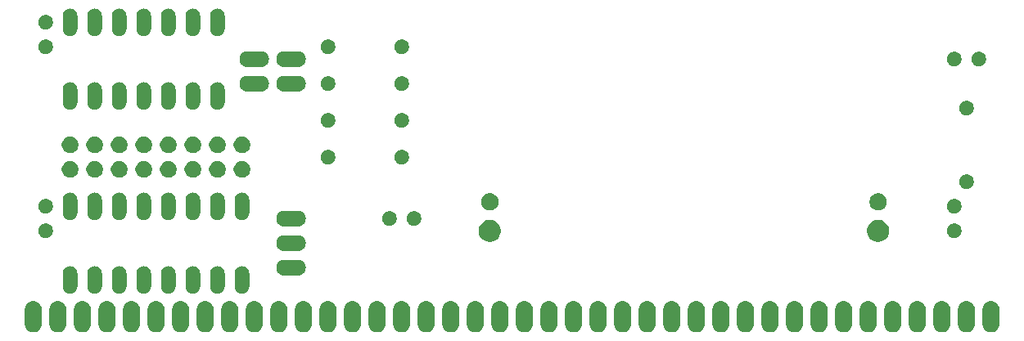
<source format=gbr>
G04 #@! TF.GenerationSoftware,KiCad,Pcbnew,5.1.2*
G04 #@! TF.CreationDate,2020-10-23T18:05:17+02:00*
G04 #@! TF.ProjectId,a30eee2cad2c9bf698126cb1c813ad28,61333065-6565-4326-9361-643263396266,rev?*
G04 #@! TF.SameCoordinates,Original*
G04 #@! TF.FileFunction,Soldermask,Bot*
G04 #@! TF.FilePolarity,Negative*
%FSLAX46Y46*%
G04 Gerber Fmt 4.6, Leading zero omitted, Abs format (unit mm)*
G04 Created by KiCad (PCBNEW 5.1.2) date 2020-10-23 18:05:17*
%MOMM*%
%LPD*%
G04 APERTURE LIST*
%ADD10C,0.100000*%
G04 APERTURE END LIST*
D10*
G36*
X121530394Y-118625496D02*
G01*
X121650826Y-118662029D01*
X121693187Y-118674879D01*
X121843207Y-118755066D01*
X121843210Y-118755068D01*
X121843211Y-118755069D01*
X121974712Y-118862988D01*
X122082631Y-118994488D01*
X122082633Y-118994492D01*
X122082634Y-118994493D01*
X122162821Y-119144513D01*
X122162822Y-119144516D01*
X122212204Y-119307305D01*
X122224700Y-119434180D01*
X122224700Y-121043020D01*
X122212204Y-121169895D01*
X122162822Y-121332684D01*
X122162821Y-121332687D01*
X122082634Y-121482707D01*
X122082631Y-121482712D01*
X121974712Y-121614212D01*
X121843212Y-121722131D01*
X121843208Y-121722133D01*
X121843207Y-121722134D01*
X121693187Y-121802321D01*
X121693184Y-121802322D01*
X121530395Y-121851704D01*
X121361100Y-121868378D01*
X121191806Y-121851704D01*
X121029017Y-121802322D01*
X121029014Y-121802321D01*
X120878994Y-121722134D01*
X120878993Y-121722133D01*
X120878989Y-121722131D01*
X120747489Y-121614212D01*
X120639570Y-121482712D01*
X120639567Y-121482707D01*
X120559380Y-121332687D01*
X120559379Y-121332684D01*
X120509997Y-121169895D01*
X120497501Y-121043020D01*
X120497500Y-119434181D01*
X120509996Y-119307306D01*
X120559378Y-119144517D01*
X120559379Y-119144513D01*
X120639566Y-118994493D01*
X120639570Y-118994488D01*
X120747488Y-118862988D01*
X120878988Y-118755069D01*
X120878992Y-118755067D01*
X120878993Y-118755066D01*
X121029013Y-118674879D01*
X121029016Y-118674878D01*
X121191805Y-118625496D01*
X121361100Y-118608822D01*
X121530394Y-118625496D01*
X121530394Y-118625496D01*
G37*
G36*
X124070394Y-118625496D02*
G01*
X124190826Y-118662029D01*
X124233187Y-118674879D01*
X124383207Y-118755066D01*
X124383210Y-118755068D01*
X124383211Y-118755069D01*
X124514712Y-118862988D01*
X124622631Y-118994488D01*
X124622633Y-118994492D01*
X124622634Y-118994493D01*
X124702821Y-119144513D01*
X124702822Y-119144516D01*
X124752204Y-119307305D01*
X124764700Y-119434180D01*
X124764700Y-121043020D01*
X124752204Y-121169895D01*
X124702822Y-121332684D01*
X124702821Y-121332687D01*
X124622634Y-121482707D01*
X124622631Y-121482712D01*
X124514712Y-121614212D01*
X124383212Y-121722131D01*
X124383208Y-121722133D01*
X124383207Y-121722134D01*
X124233187Y-121802321D01*
X124233184Y-121802322D01*
X124070395Y-121851704D01*
X123901100Y-121868378D01*
X123731806Y-121851704D01*
X123569017Y-121802322D01*
X123569014Y-121802321D01*
X123418994Y-121722134D01*
X123418993Y-121722133D01*
X123418989Y-121722131D01*
X123287489Y-121614212D01*
X123179570Y-121482712D01*
X123179567Y-121482707D01*
X123099380Y-121332687D01*
X123099379Y-121332684D01*
X123049997Y-121169895D01*
X123037501Y-121043020D01*
X123037500Y-119434181D01*
X123049996Y-119307306D01*
X123099378Y-119144517D01*
X123099379Y-119144513D01*
X123179566Y-118994493D01*
X123179570Y-118994488D01*
X123287488Y-118862988D01*
X123418988Y-118755069D01*
X123418992Y-118755067D01*
X123418993Y-118755066D01*
X123569013Y-118674879D01*
X123569016Y-118674878D01*
X123731805Y-118625496D01*
X123901100Y-118608822D01*
X124070394Y-118625496D01*
X124070394Y-118625496D01*
G37*
G36*
X146930394Y-118625496D02*
G01*
X147050826Y-118662029D01*
X147093187Y-118674879D01*
X147243207Y-118755066D01*
X147243210Y-118755068D01*
X147243211Y-118755069D01*
X147374712Y-118862988D01*
X147482631Y-118994488D01*
X147482633Y-118994492D01*
X147482634Y-118994493D01*
X147562821Y-119144513D01*
X147562822Y-119144516D01*
X147612204Y-119307305D01*
X147624700Y-119434180D01*
X147624700Y-121043020D01*
X147612204Y-121169895D01*
X147562822Y-121332684D01*
X147562821Y-121332687D01*
X147482634Y-121482707D01*
X147482631Y-121482712D01*
X147374712Y-121614212D01*
X147243212Y-121722131D01*
X147243208Y-121722133D01*
X147243207Y-121722134D01*
X147093187Y-121802321D01*
X147093184Y-121802322D01*
X146930395Y-121851704D01*
X146761100Y-121868378D01*
X146591806Y-121851704D01*
X146429017Y-121802322D01*
X146429014Y-121802321D01*
X146278994Y-121722134D01*
X146278993Y-121722133D01*
X146278989Y-121722131D01*
X146147489Y-121614212D01*
X146039570Y-121482712D01*
X146039567Y-121482707D01*
X145959380Y-121332687D01*
X145959379Y-121332684D01*
X145909997Y-121169895D01*
X145897501Y-121043020D01*
X145897500Y-119434181D01*
X145909996Y-119307306D01*
X145959378Y-119144517D01*
X145959379Y-119144513D01*
X146039566Y-118994493D01*
X146039570Y-118994488D01*
X146147488Y-118862988D01*
X146278988Y-118755069D01*
X146278992Y-118755067D01*
X146278993Y-118755066D01*
X146429013Y-118674879D01*
X146429016Y-118674878D01*
X146591805Y-118625496D01*
X146761100Y-118608822D01*
X146930394Y-118625496D01*
X146930394Y-118625496D01*
G37*
G36*
X144390394Y-118625496D02*
G01*
X144510826Y-118662029D01*
X144553187Y-118674879D01*
X144703207Y-118755066D01*
X144703210Y-118755068D01*
X144703211Y-118755069D01*
X144834712Y-118862988D01*
X144942631Y-118994488D01*
X144942633Y-118994492D01*
X144942634Y-118994493D01*
X145022821Y-119144513D01*
X145022822Y-119144516D01*
X145072204Y-119307305D01*
X145084700Y-119434180D01*
X145084700Y-121043020D01*
X145072204Y-121169895D01*
X145022822Y-121332684D01*
X145022821Y-121332687D01*
X144942634Y-121482707D01*
X144942631Y-121482712D01*
X144834712Y-121614212D01*
X144703212Y-121722131D01*
X144703208Y-121722133D01*
X144703207Y-121722134D01*
X144553187Y-121802321D01*
X144553184Y-121802322D01*
X144390395Y-121851704D01*
X144221100Y-121868378D01*
X144051806Y-121851704D01*
X143889017Y-121802322D01*
X143889014Y-121802321D01*
X143738994Y-121722134D01*
X143738993Y-121722133D01*
X143738989Y-121722131D01*
X143607489Y-121614212D01*
X143499570Y-121482712D01*
X143499567Y-121482707D01*
X143419380Y-121332687D01*
X143419379Y-121332684D01*
X143369997Y-121169895D01*
X143357501Y-121043020D01*
X143357500Y-119434181D01*
X143369996Y-119307306D01*
X143419378Y-119144517D01*
X143419379Y-119144513D01*
X143499566Y-118994493D01*
X143499570Y-118994488D01*
X143607488Y-118862988D01*
X143738988Y-118755069D01*
X143738992Y-118755067D01*
X143738993Y-118755066D01*
X143889013Y-118674879D01*
X143889016Y-118674878D01*
X144051805Y-118625496D01*
X144221100Y-118608822D01*
X144390394Y-118625496D01*
X144390394Y-118625496D01*
G37*
G36*
X141850394Y-118625496D02*
G01*
X141970826Y-118662029D01*
X142013187Y-118674879D01*
X142163207Y-118755066D01*
X142163210Y-118755068D01*
X142163211Y-118755069D01*
X142294712Y-118862988D01*
X142402631Y-118994488D01*
X142402633Y-118994492D01*
X142402634Y-118994493D01*
X142482821Y-119144513D01*
X142482822Y-119144516D01*
X142532204Y-119307305D01*
X142544700Y-119434180D01*
X142544700Y-121043020D01*
X142532204Y-121169895D01*
X142482822Y-121332684D01*
X142482821Y-121332687D01*
X142402634Y-121482707D01*
X142402631Y-121482712D01*
X142294712Y-121614212D01*
X142163212Y-121722131D01*
X142163208Y-121722133D01*
X142163207Y-121722134D01*
X142013187Y-121802321D01*
X142013184Y-121802322D01*
X141850395Y-121851704D01*
X141681100Y-121868378D01*
X141511806Y-121851704D01*
X141349017Y-121802322D01*
X141349014Y-121802321D01*
X141198994Y-121722134D01*
X141198993Y-121722133D01*
X141198989Y-121722131D01*
X141067489Y-121614212D01*
X140959570Y-121482712D01*
X140959567Y-121482707D01*
X140879380Y-121332687D01*
X140879379Y-121332684D01*
X140829997Y-121169895D01*
X140817501Y-121043020D01*
X140817500Y-119434181D01*
X140829996Y-119307306D01*
X140879378Y-119144517D01*
X140879379Y-119144513D01*
X140959566Y-118994493D01*
X140959570Y-118994488D01*
X141067488Y-118862988D01*
X141198988Y-118755069D01*
X141198992Y-118755067D01*
X141198993Y-118755066D01*
X141349013Y-118674879D01*
X141349016Y-118674878D01*
X141511805Y-118625496D01*
X141681100Y-118608822D01*
X141850394Y-118625496D01*
X141850394Y-118625496D01*
G37*
G36*
X139310394Y-118625496D02*
G01*
X139430826Y-118662029D01*
X139473187Y-118674879D01*
X139623207Y-118755066D01*
X139623210Y-118755068D01*
X139623211Y-118755069D01*
X139754712Y-118862988D01*
X139862631Y-118994488D01*
X139862633Y-118994492D01*
X139862634Y-118994493D01*
X139942821Y-119144513D01*
X139942822Y-119144516D01*
X139992204Y-119307305D01*
X140004700Y-119434180D01*
X140004700Y-121043020D01*
X139992204Y-121169895D01*
X139942822Y-121332684D01*
X139942821Y-121332687D01*
X139862634Y-121482707D01*
X139862631Y-121482712D01*
X139754712Y-121614212D01*
X139623212Y-121722131D01*
X139623208Y-121722133D01*
X139623207Y-121722134D01*
X139473187Y-121802321D01*
X139473184Y-121802322D01*
X139310395Y-121851704D01*
X139141100Y-121868378D01*
X138971806Y-121851704D01*
X138809017Y-121802322D01*
X138809014Y-121802321D01*
X138658994Y-121722134D01*
X138658993Y-121722133D01*
X138658989Y-121722131D01*
X138527489Y-121614212D01*
X138419570Y-121482712D01*
X138419567Y-121482707D01*
X138339380Y-121332687D01*
X138339379Y-121332684D01*
X138289997Y-121169895D01*
X138277501Y-121043020D01*
X138277500Y-119434181D01*
X138289996Y-119307306D01*
X138339378Y-119144517D01*
X138339379Y-119144513D01*
X138419566Y-118994493D01*
X138419570Y-118994488D01*
X138527488Y-118862988D01*
X138658988Y-118755069D01*
X138658992Y-118755067D01*
X138658993Y-118755066D01*
X138809013Y-118674879D01*
X138809016Y-118674878D01*
X138971805Y-118625496D01*
X139141100Y-118608822D01*
X139310394Y-118625496D01*
X139310394Y-118625496D01*
G37*
G36*
X136770394Y-118625496D02*
G01*
X136890826Y-118662029D01*
X136933187Y-118674879D01*
X137083207Y-118755066D01*
X137083210Y-118755068D01*
X137083211Y-118755069D01*
X137214712Y-118862988D01*
X137322631Y-118994488D01*
X137322633Y-118994492D01*
X137322634Y-118994493D01*
X137402821Y-119144513D01*
X137402822Y-119144516D01*
X137452204Y-119307305D01*
X137464700Y-119434180D01*
X137464700Y-121043020D01*
X137452204Y-121169895D01*
X137402822Y-121332684D01*
X137402821Y-121332687D01*
X137322634Y-121482707D01*
X137322631Y-121482712D01*
X137214712Y-121614212D01*
X137083212Y-121722131D01*
X137083208Y-121722133D01*
X137083207Y-121722134D01*
X136933187Y-121802321D01*
X136933184Y-121802322D01*
X136770395Y-121851704D01*
X136601100Y-121868378D01*
X136431806Y-121851704D01*
X136269017Y-121802322D01*
X136269014Y-121802321D01*
X136118994Y-121722134D01*
X136118993Y-121722133D01*
X136118989Y-121722131D01*
X135987489Y-121614212D01*
X135879570Y-121482712D01*
X135879567Y-121482707D01*
X135799380Y-121332687D01*
X135799379Y-121332684D01*
X135749997Y-121169895D01*
X135737501Y-121043020D01*
X135737500Y-119434181D01*
X135749996Y-119307306D01*
X135799378Y-119144517D01*
X135799379Y-119144513D01*
X135879566Y-118994493D01*
X135879570Y-118994488D01*
X135987488Y-118862988D01*
X136118988Y-118755069D01*
X136118992Y-118755067D01*
X136118993Y-118755066D01*
X136269013Y-118674879D01*
X136269016Y-118674878D01*
X136431805Y-118625496D01*
X136601100Y-118608822D01*
X136770394Y-118625496D01*
X136770394Y-118625496D01*
G37*
G36*
X134230394Y-118625496D02*
G01*
X134350826Y-118662029D01*
X134393187Y-118674879D01*
X134543207Y-118755066D01*
X134543210Y-118755068D01*
X134543211Y-118755069D01*
X134674712Y-118862988D01*
X134782631Y-118994488D01*
X134782633Y-118994492D01*
X134782634Y-118994493D01*
X134862821Y-119144513D01*
X134862822Y-119144516D01*
X134912204Y-119307305D01*
X134924700Y-119434180D01*
X134924700Y-121043020D01*
X134912204Y-121169895D01*
X134862822Y-121332684D01*
X134862821Y-121332687D01*
X134782634Y-121482707D01*
X134782631Y-121482712D01*
X134674712Y-121614212D01*
X134543212Y-121722131D01*
X134543208Y-121722133D01*
X134543207Y-121722134D01*
X134393187Y-121802321D01*
X134393184Y-121802322D01*
X134230395Y-121851704D01*
X134061100Y-121868378D01*
X133891806Y-121851704D01*
X133729017Y-121802322D01*
X133729014Y-121802321D01*
X133578994Y-121722134D01*
X133578993Y-121722133D01*
X133578989Y-121722131D01*
X133447489Y-121614212D01*
X133339570Y-121482712D01*
X133339567Y-121482707D01*
X133259380Y-121332687D01*
X133259379Y-121332684D01*
X133209997Y-121169895D01*
X133197501Y-121043020D01*
X133197500Y-119434181D01*
X133209996Y-119307306D01*
X133259378Y-119144517D01*
X133259379Y-119144513D01*
X133339566Y-118994493D01*
X133339570Y-118994488D01*
X133447488Y-118862988D01*
X133578988Y-118755069D01*
X133578992Y-118755067D01*
X133578993Y-118755066D01*
X133729013Y-118674879D01*
X133729016Y-118674878D01*
X133891805Y-118625496D01*
X134061100Y-118608822D01*
X134230394Y-118625496D01*
X134230394Y-118625496D01*
G37*
G36*
X131690394Y-118625496D02*
G01*
X131810826Y-118662029D01*
X131853187Y-118674879D01*
X132003207Y-118755066D01*
X132003210Y-118755068D01*
X132003211Y-118755069D01*
X132134712Y-118862988D01*
X132242631Y-118994488D01*
X132242633Y-118994492D01*
X132242634Y-118994493D01*
X132322821Y-119144513D01*
X132322822Y-119144516D01*
X132372204Y-119307305D01*
X132384700Y-119434180D01*
X132384700Y-121043020D01*
X132372204Y-121169895D01*
X132322822Y-121332684D01*
X132322821Y-121332687D01*
X132242634Y-121482707D01*
X132242631Y-121482712D01*
X132134712Y-121614212D01*
X132003212Y-121722131D01*
X132003208Y-121722133D01*
X132003207Y-121722134D01*
X131853187Y-121802321D01*
X131853184Y-121802322D01*
X131690395Y-121851704D01*
X131521100Y-121868378D01*
X131351806Y-121851704D01*
X131189017Y-121802322D01*
X131189014Y-121802321D01*
X131038994Y-121722134D01*
X131038993Y-121722133D01*
X131038989Y-121722131D01*
X130907489Y-121614212D01*
X130799570Y-121482712D01*
X130799567Y-121482707D01*
X130719380Y-121332687D01*
X130719379Y-121332684D01*
X130669997Y-121169895D01*
X130657501Y-121043020D01*
X130657500Y-119434181D01*
X130669996Y-119307306D01*
X130719378Y-119144517D01*
X130719379Y-119144513D01*
X130799566Y-118994493D01*
X130799570Y-118994488D01*
X130907488Y-118862988D01*
X131038988Y-118755069D01*
X131038992Y-118755067D01*
X131038993Y-118755066D01*
X131189013Y-118674879D01*
X131189016Y-118674878D01*
X131351805Y-118625496D01*
X131521100Y-118608822D01*
X131690394Y-118625496D01*
X131690394Y-118625496D01*
G37*
G36*
X129150394Y-118625496D02*
G01*
X129270826Y-118662029D01*
X129313187Y-118674879D01*
X129463207Y-118755066D01*
X129463210Y-118755068D01*
X129463211Y-118755069D01*
X129594712Y-118862988D01*
X129702631Y-118994488D01*
X129702633Y-118994492D01*
X129702634Y-118994493D01*
X129782821Y-119144513D01*
X129782822Y-119144516D01*
X129832204Y-119307305D01*
X129844700Y-119434180D01*
X129844700Y-121043020D01*
X129832204Y-121169895D01*
X129782822Y-121332684D01*
X129782821Y-121332687D01*
X129702634Y-121482707D01*
X129702631Y-121482712D01*
X129594712Y-121614212D01*
X129463212Y-121722131D01*
X129463208Y-121722133D01*
X129463207Y-121722134D01*
X129313187Y-121802321D01*
X129313184Y-121802322D01*
X129150395Y-121851704D01*
X128981100Y-121868378D01*
X128811806Y-121851704D01*
X128649017Y-121802322D01*
X128649014Y-121802321D01*
X128498994Y-121722134D01*
X128498993Y-121722133D01*
X128498989Y-121722131D01*
X128367489Y-121614212D01*
X128259570Y-121482712D01*
X128259567Y-121482707D01*
X128179380Y-121332687D01*
X128179379Y-121332684D01*
X128129997Y-121169895D01*
X128117501Y-121043020D01*
X128117500Y-119434181D01*
X128129996Y-119307306D01*
X128179378Y-119144517D01*
X128179379Y-119144513D01*
X128259566Y-118994493D01*
X128259570Y-118994488D01*
X128367488Y-118862988D01*
X128498988Y-118755069D01*
X128498992Y-118755067D01*
X128498993Y-118755066D01*
X128649013Y-118674879D01*
X128649016Y-118674878D01*
X128811805Y-118625496D01*
X128981100Y-118608822D01*
X129150394Y-118625496D01*
X129150394Y-118625496D01*
G37*
G36*
X126610394Y-118625496D02*
G01*
X126730826Y-118662029D01*
X126773187Y-118674879D01*
X126923207Y-118755066D01*
X126923210Y-118755068D01*
X126923211Y-118755069D01*
X127054712Y-118862988D01*
X127162631Y-118994488D01*
X127162633Y-118994492D01*
X127162634Y-118994493D01*
X127242821Y-119144513D01*
X127242822Y-119144516D01*
X127292204Y-119307305D01*
X127304700Y-119434180D01*
X127304700Y-121043020D01*
X127292204Y-121169895D01*
X127242822Y-121332684D01*
X127242821Y-121332687D01*
X127162634Y-121482707D01*
X127162631Y-121482712D01*
X127054712Y-121614212D01*
X126923212Y-121722131D01*
X126923208Y-121722133D01*
X126923207Y-121722134D01*
X126773187Y-121802321D01*
X126773184Y-121802322D01*
X126610395Y-121851704D01*
X126441100Y-121868378D01*
X126271806Y-121851704D01*
X126109017Y-121802322D01*
X126109014Y-121802321D01*
X125958994Y-121722134D01*
X125958993Y-121722133D01*
X125958989Y-121722131D01*
X125827489Y-121614212D01*
X125719570Y-121482712D01*
X125719567Y-121482707D01*
X125639380Y-121332687D01*
X125639379Y-121332684D01*
X125589997Y-121169895D01*
X125577501Y-121043020D01*
X125577500Y-119434181D01*
X125589996Y-119307306D01*
X125639378Y-119144517D01*
X125639379Y-119144513D01*
X125719566Y-118994493D01*
X125719570Y-118994488D01*
X125827488Y-118862988D01*
X125958988Y-118755069D01*
X125958992Y-118755067D01*
X125958993Y-118755066D01*
X126109013Y-118674879D01*
X126109016Y-118674878D01*
X126271805Y-118625496D01*
X126441100Y-118608822D01*
X126610394Y-118625496D01*
X126610394Y-118625496D01*
G37*
G36*
X197730394Y-118625496D02*
G01*
X197850826Y-118662029D01*
X197893187Y-118674879D01*
X198043207Y-118755066D01*
X198043210Y-118755068D01*
X198043211Y-118755069D01*
X198174712Y-118862988D01*
X198282631Y-118994488D01*
X198282633Y-118994492D01*
X198282634Y-118994493D01*
X198362821Y-119144513D01*
X198362822Y-119144516D01*
X198412204Y-119307305D01*
X198424700Y-119434180D01*
X198424700Y-121043020D01*
X198412204Y-121169895D01*
X198362822Y-121332684D01*
X198362821Y-121332687D01*
X198282634Y-121482707D01*
X198282631Y-121482712D01*
X198174712Y-121614212D01*
X198043212Y-121722131D01*
X198043208Y-121722133D01*
X198043207Y-121722134D01*
X197893187Y-121802321D01*
X197893184Y-121802322D01*
X197730395Y-121851704D01*
X197561100Y-121868378D01*
X197391806Y-121851704D01*
X197229017Y-121802322D01*
X197229014Y-121802321D01*
X197078994Y-121722134D01*
X197078993Y-121722133D01*
X197078989Y-121722131D01*
X196947489Y-121614212D01*
X196839570Y-121482712D01*
X196839567Y-121482707D01*
X196759380Y-121332687D01*
X196759379Y-121332684D01*
X196709997Y-121169895D01*
X196697501Y-121043020D01*
X196697500Y-119434181D01*
X196709996Y-119307306D01*
X196759378Y-119144517D01*
X196759379Y-119144513D01*
X196839566Y-118994493D01*
X196839570Y-118994488D01*
X196947488Y-118862988D01*
X197078988Y-118755069D01*
X197078992Y-118755067D01*
X197078993Y-118755066D01*
X197229013Y-118674879D01*
X197229016Y-118674878D01*
X197391805Y-118625496D01*
X197561100Y-118608822D01*
X197730394Y-118625496D01*
X197730394Y-118625496D01*
G37*
G36*
X118990394Y-118625496D02*
G01*
X119110826Y-118662029D01*
X119153187Y-118674879D01*
X119303207Y-118755066D01*
X119303210Y-118755068D01*
X119303211Y-118755069D01*
X119434712Y-118862988D01*
X119542631Y-118994488D01*
X119542633Y-118994492D01*
X119542634Y-118994493D01*
X119622821Y-119144513D01*
X119622822Y-119144516D01*
X119672204Y-119307305D01*
X119684700Y-119434180D01*
X119684700Y-121043020D01*
X119672204Y-121169895D01*
X119622822Y-121332684D01*
X119622821Y-121332687D01*
X119542634Y-121482707D01*
X119542631Y-121482712D01*
X119434712Y-121614212D01*
X119303212Y-121722131D01*
X119303208Y-121722133D01*
X119303207Y-121722134D01*
X119153187Y-121802321D01*
X119153184Y-121802322D01*
X118990395Y-121851704D01*
X118821100Y-121868378D01*
X118651806Y-121851704D01*
X118489017Y-121802322D01*
X118489014Y-121802321D01*
X118338994Y-121722134D01*
X118338993Y-121722133D01*
X118338989Y-121722131D01*
X118207489Y-121614212D01*
X118099570Y-121482712D01*
X118099567Y-121482707D01*
X118019380Y-121332687D01*
X118019379Y-121332684D01*
X117969997Y-121169895D01*
X117957501Y-121043020D01*
X117957500Y-119434181D01*
X117969996Y-119307306D01*
X118019378Y-119144517D01*
X118019379Y-119144513D01*
X118099566Y-118994493D01*
X118099570Y-118994488D01*
X118207488Y-118862988D01*
X118338988Y-118755069D01*
X118338992Y-118755067D01*
X118338993Y-118755066D01*
X118489013Y-118674879D01*
X118489016Y-118674878D01*
X118651805Y-118625496D01*
X118821100Y-118608822D01*
X118990394Y-118625496D01*
X118990394Y-118625496D01*
G37*
G36*
X116450394Y-118625496D02*
G01*
X116570826Y-118662029D01*
X116613187Y-118674879D01*
X116763207Y-118755066D01*
X116763210Y-118755068D01*
X116763211Y-118755069D01*
X116894712Y-118862988D01*
X117002631Y-118994488D01*
X117002633Y-118994492D01*
X117002634Y-118994493D01*
X117082821Y-119144513D01*
X117082822Y-119144516D01*
X117132204Y-119307305D01*
X117144700Y-119434180D01*
X117144700Y-121043020D01*
X117132204Y-121169895D01*
X117082822Y-121332684D01*
X117082821Y-121332687D01*
X117002634Y-121482707D01*
X117002631Y-121482712D01*
X116894712Y-121614212D01*
X116763212Y-121722131D01*
X116763208Y-121722133D01*
X116763207Y-121722134D01*
X116613187Y-121802321D01*
X116613184Y-121802322D01*
X116450395Y-121851704D01*
X116281100Y-121868378D01*
X116111806Y-121851704D01*
X115949017Y-121802322D01*
X115949014Y-121802321D01*
X115798994Y-121722134D01*
X115798993Y-121722133D01*
X115798989Y-121722131D01*
X115667489Y-121614212D01*
X115559570Y-121482712D01*
X115559567Y-121482707D01*
X115479380Y-121332687D01*
X115479379Y-121332684D01*
X115429997Y-121169895D01*
X115417501Y-121043020D01*
X115417500Y-119434181D01*
X115429996Y-119307306D01*
X115479378Y-119144517D01*
X115479379Y-119144513D01*
X115559566Y-118994493D01*
X115559570Y-118994488D01*
X115667488Y-118862988D01*
X115798988Y-118755069D01*
X115798992Y-118755067D01*
X115798993Y-118755066D01*
X115949013Y-118674879D01*
X115949016Y-118674878D01*
X116111805Y-118625496D01*
X116281100Y-118608822D01*
X116450394Y-118625496D01*
X116450394Y-118625496D01*
G37*
G36*
X113910394Y-118625496D02*
G01*
X114030826Y-118662029D01*
X114073187Y-118674879D01*
X114223207Y-118755066D01*
X114223210Y-118755068D01*
X114223211Y-118755069D01*
X114354712Y-118862988D01*
X114462631Y-118994488D01*
X114462633Y-118994492D01*
X114462634Y-118994493D01*
X114542821Y-119144513D01*
X114542822Y-119144516D01*
X114592204Y-119307305D01*
X114604700Y-119434180D01*
X114604700Y-121043020D01*
X114592204Y-121169895D01*
X114542822Y-121332684D01*
X114542821Y-121332687D01*
X114462634Y-121482707D01*
X114462631Y-121482712D01*
X114354712Y-121614212D01*
X114223212Y-121722131D01*
X114223208Y-121722133D01*
X114223207Y-121722134D01*
X114073187Y-121802321D01*
X114073184Y-121802322D01*
X113910395Y-121851704D01*
X113741100Y-121868378D01*
X113571806Y-121851704D01*
X113409017Y-121802322D01*
X113409014Y-121802321D01*
X113258994Y-121722134D01*
X113258993Y-121722133D01*
X113258989Y-121722131D01*
X113127489Y-121614212D01*
X113019570Y-121482712D01*
X113019567Y-121482707D01*
X112939380Y-121332687D01*
X112939379Y-121332684D01*
X112889997Y-121169895D01*
X112877501Y-121043020D01*
X112877500Y-119434181D01*
X112889996Y-119307306D01*
X112939378Y-119144517D01*
X112939379Y-119144513D01*
X113019566Y-118994493D01*
X113019570Y-118994488D01*
X113127488Y-118862988D01*
X113258988Y-118755069D01*
X113258992Y-118755067D01*
X113258993Y-118755066D01*
X113409013Y-118674879D01*
X113409016Y-118674878D01*
X113571805Y-118625496D01*
X113741100Y-118608822D01*
X113910394Y-118625496D01*
X113910394Y-118625496D01*
G37*
G36*
X111370394Y-118625496D02*
G01*
X111490826Y-118662029D01*
X111533187Y-118674879D01*
X111683207Y-118755066D01*
X111683210Y-118755068D01*
X111683211Y-118755069D01*
X111814712Y-118862988D01*
X111922631Y-118994488D01*
X111922633Y-118994492D01*
X111922634Y-118994493D01*
X112002821Y-119144513D01*
X112002822Y-119144516D01*
X112052204Y-119307305D01*
X112064700Y-119434180D01*
X112064700Y-121043020D01*
X112052204Y-121169895D01*
X112002822Y-121332684D01*
X112002821Y-121332687D01*
X111922634Y-121482707D01*
X111922631Y-121482712D01*
X111814712Y-121614212D01*
X111683212Y-121722131D01*
X111683208Y-121722133D01*
X111683207Y-121722134D01*
X111533187Y-121802321D01*
X111533184Y-121802322D01*
X111370395Y-121851704D01*
X111201100Y-121868378D01*
X111031806Y-121851704D01*
X110869017Y-121802322D01*
X110869014Y-121802321D01*
X110718994Y-121722134D01*
X110718993Y-121722133D01*
X110718989Y-121722131D01*
X110587489Y-121614212D01*
X110479570Y-121482712D01*
X110479567Y-121482707D01*
X110399380Y-121332687D01*
X110399379Y-121332684D01*
X110349997Y-121169895D01*
X110337501Y-121043020D01*
X110337500Y-119434181D01*
X110349996Y-119307306D01*
X110399378Y-119144517D01*
X110399379Y-119144513D01*
X110479566Y-118994493D01*
X110479570Y-118994488D01*
X110587488Y-118862988D01*
X110718988Y-118755069D01*
X110718992Y-118755067D01*
X110718993Y-118755066D01*
X110869013Y-118674879D01*
X110869016Y-118674878D01*
X111031805Y-118625496D01*
X111201100Y-118608822D01*
X111370394Y-118625496D01*
X111370394Y-118625496D01*
G37*
G36*
X108830394Y-118625496D02*
G01*
X108950826Y-118662029D01*
X108993187Y-118674879D01*
X109143207Y-118755066D01*
X109143210Y-118755068D01*
X109143211Y-118755069D01*
X109274712Y-118862988D01*
X109382631Y-118994488D01*
X109382633Y-118994492D01*
X109382634Y-118994493D01*
X109462821Y-119144513D01*
X109462822Y-119144516D01*
X109512204Y-119307305D01*
X109524700Y-119434180D01*
X109524700Y-121043020D01*
X109512204Y-121169895D01*
X109462822Y-121332684D01*
X109462821Y-121332687D01*
X109382634Y-121482707D01*
X109382631Y-121482712D01*
X109274712Y-121614212D01*
X109143212Y-121722131D01*
X109143208Y-121722133D01*
X109143207Y-121722134D01*
X108993187Y-121802321D01*
X108993184Y-121802322D01*
X108830395Y-121851704D01*
X108661100Y-121868378D01*
X108491806Y-121851704D01*
X108329017Y-121802322D01*
X108329014Y-121802321D01*
X108178994Y-121722134D01*
X108178993Y-121722133D01*
X108178989Y-121722131D01*
X108047489Y-121614212D01*
X107939570Y-121482712D01*
X107939567Y-121482707D01*
X107859380Y-121332687D01*
X107859379Y-121332684D01*
X107809997Y-121169895D01*
X107797501Y-121043020D01*
X107797500Y-119434181D01*
X107809996Y-119307306D01*
X107859378Y-119144517D01*
X107859379Y-119144513D01*
X107939566Y-118994493D01*
X107939570Y-118994488D01*
X108047488Y-118862988D01*
X108178988Y-118755069D01*
X108178992Y-118755067D01*
X108178993Y-118755066D01*
X108329013Y-118674879D01*
X108329016Y-118674878D01*
X108491805Y-118625496D01*
X108661100Y-118608822D01*
X108830394Y-118625496D01*
X108830394Y-118625496D01*
G37*
G36*
X106290394Y-118625496D02*
G01*
X106410826Y-118662029D01*
X106453187Y-118674879D01*
X106603207Y-118755066D01*
X106603210Y-118755068D01*
X106603211Y-118755069D01*
X106734712Y-118862988D01*
X106842631Y-118994488D01*
X106842633Y-118994492D01*
X106842634Y-118994493D01*
X106922821Y-119144513D01*
X106922822Y-119144516D01*
X106972204Y-119307305D01*
X106984700Y-119434180D01*
X106984700Y-121043020D01*
X106972204Y-121169895D01*
X106922822Y-121332684D01*
X106922821Y-121332687D01*
X106842634Y-121482707D01*
X106842631Y-121482712D01*
X106734712Y-121614212D01*
X106603212Y-121722131D01*
X106603208Y-121722133D01*
X106603207Y-121722134D01*
X106453187Y-121802321D01*
X106453184Y-121802322D01*
X106290395Y-121851704D01*
X106121100Y-121868378D01*
X105951806Y-121851704D01*
X105789017Y-121802322D01*
X105789014Y-121802321D01*
X105638994Y-121722134D01*
X105638993Y-121722133D01*
X105638989Y-121722131D01*
X105507489Y-121614212D01*
X105399570Y-121482712D01*
X105399567Y-121482707D01*
X105319380Y-121332687D01*
X105319379Y-121332684D01*
X105269997Y-121169895D01*
X105257501Y-121043020D01*
X105257500Y-119434181D01*
X105269996Y-119307306D01*
X105319378Y-119144517D01*
X105319379Y-119144513D01*
X105399566Y-118994493D01*
X105399570Y-118994488D01*
X105507488Y-118862988D01*
X105638988Y-118755069D01*
X105638992Y-118755067D01*
X105638993Y-118755066D01*
X105789013Y-118674879D01*
X105789016Y-118674878D01*
X105951805Y-118625496D01*
X106121100Y-118608822D01*
X106290394Y-118625496D01*
X106290394Y-118625496D01*
G37*
G36*
X101210394Y-118625496D02*
G01*
X101330826Y-118662029D01*
X101373187Y-118674879D01*
X101523207Y-118755066D01*
X101523210Y-118755068D01*
X101523211Y-118755069D01*
X101654712Y-118862988D01*
X101762631Y-118994488D01*
X101762633Y-118994492D01*
X101762634Y-118994493D01*
X101842821Y-119144513D01*
X101842822Y-119144516D01*
X101892204Y-119307305D01*
X101904700Y-119434180D01*
X101904700Y-121043020D01*
X101892204Y-121169895D01*
X101842822Y-121332684D01*
X101842821Y-121332687D01*
X101762634Y-121482707D01*
X101762631Y-121482712D01*
X101654712Y-121614212D01*
X101523212Y-121722131D01*
X101523208Y-121722133D01*
X101523207Y-121722134D01*
X101373187Y-121802321D01*
X101373184Y-121802322D01*
X101210395Y-121851704D01*
X101041100Y-121868378D01*
X100871806Y-121851704D01*
X100709017Y-121802322D01*
X100709014Y-121802321D01*
X100558994Y-121722134D01*
X100558993Y-121722133D01*
X100558989Y-121722131D01*
X100427489Y-121614212D01*
X100319570Y-121482712D01*
X100319567Y-121482707D01*
X100239380Y-121332687D01*
X100239379Y-121332684D01*
X100189997Y-121169895D01*
X100177501Y-121043020D01*
X100177500Y-119434181D01*
X100189996Y-119307306D01*
X100239378Y-119144517D01*
X100239379Y-119144513D01*
X100319566Y-118994493D01*
X100319570Y-118994488D01*
X100427488Y-118862988D01*
X100558988Y-118755069D01*
X100558992Y-118755067D01*
X100558993Y-118755066D01*
X100709013Y-118674879D01*
X100709016Y-118674878D01*
X100871805Y-118625496D01*
X101041100Y-118608822D01*
X101210394Y-118625496D01*
X101210394Y-118625496D01*
G37*
G36*
X98670394Y-118625496D02*
G01*
X98790826Y-118662029D01*
X98833187Y-118674879D01*
X98983207Y-118755066D01*
X98983210Y-118755068D01*
X98983211Y-118755069D01*
X99114712Y-118862988D01*
X99222631Y-118994488D01*
X99222633Y-118994492D01*
X99222634Y-118994493D01*
X99302821Y-119144513D01*
X99302822Y-119144516D01*
X99352204Y-119307305D01*
X99364700Y-119434180D01*
X99364700Y-121043020D01*
X99352204Y-121169895D01*
X99302822Y-121332684D01*
X99302821Y-121332687D01*
X99222634Y-121482707D01*
X99222631Y-121482712D01*
X99114712Y-121614212D01*
X98983212Y-121722131D01*
X98983208Y-121722133D01*
X98983207Y-121722134D01*
X98833187Y-121802321D01*
X98833184Y-121802322D01*
X98670395Y-121851704D01*
X98501100Y-121868378D01*
X98331806Y-121851704D01*
X98169017Y-121802322D01*
X98169014Y-121802321D01*
X98018994Y-121722134D01*
X98018993Y-121722133D01*
X98018989Y-121722131D01*
X97887489Y-121614212D01*
X97779570Y-121482712D01*
X97779567Y-121482707D01*
X97699380Y-121332687D01*
X97699379Y-121332684D01*
X97649997Y-121169895D01*
X97637501Y-121043020D01*
X97637500Y-119434181D01*
X97649996Y-119307306D01*
X97699378Y-119144517D01*
X97699379Y-119144513D01*
X97779566Y-118994493D01*
X97779570Y-118994488D01*
X97887488Y-118862988D01*
X98018988Y-118755069D01*
X98018992Y-118755067D01*
X98018993Y-118755066D01*
X98169013Y-118674879D01*
X98169016Y-118674878D01*
X98331805Y-118625496D01*
X98501100Y-118608822D01*
X98670394Y-118625496D01*
X98670394Y-118625496D01*
G37*
G36*
X172330394Y-118625496D02*
G01*
X172450826Y-118662029D01*
X172493187Y-118674879D01*
X172643207Y-118755066D01*
X172643210Y-118755068D01*
X172643211Y-118755069D01*
X172774712Y-118862988D01*
X172882631Y-118994488D01*
X172882633Y-118994492D01*
X172882634Y-118994493D01*
X172962821Y-119144513D01*
X172962822Y-119144516D01*
X173012204Y-119307305D01*
X173024700Y-119434180D01*
X173024700Y-121043020D01*
X173012204Y-121169895D01*
X172962822Y-121332684D01*
X172962821Y-121332687D01*
X172882634Y-121482707D01*
X172882631Y-121482712D01*
X172774712Y-121614212D01*
X172643212Y-121722131D01*
X172643208Y-121722133D01*
X172643207Y-121722134D01*
X172493187Y-121802321D01*
X172493184Y-121802322D01*
X172330395Y-121851704D01*
X172161100Y-121868378D01*
X171991806Y-121851704D01*
X171829017Y-121802322D01*
X171829014Y-121802321D01*
X171678994Y-121722134D01*
X171678993Y-121722133D01*
X171678989Y-121722131D01*
X171547489Y-121614212D01*
X171439570Y-121482712D01*
X171439567Y-121482707D01*
X171359380Y-121332687D01*
X171359379Y-121332684D01*
X171309997Y-121169895D01*
X171297501Y-121043020D01*
X171297500Y-119434181D01*
X171309996Y-119307306D01*
X171359378Y-119144517D01*
X171359379Y-119144513D01*
X171439566Y-118994493D01*
X171439570Y-118994488D01*
X171547488Y-118862988D01*
X171678988Y-118755069D01*
X171678992Y-118755067D01*
X171678993Y-118755066D01*
X171829013Y-118674879D01*
X171829016Y-118674878D01*
X171991805Y-118625496D01*
X172161100Y-118608822D01*
X172330394Y-118625496D01*
X172330394Y-118625496D01*
G37*
G36*
X152010394Y-118625496D02*
G01*
X152130826Y-118662029D01*
X152173187Y-118674879D01*
X152323207Y-118755066D01*
X152323210Y-118755068D01*
X152323211Y-118755069D01*
X152454712Y-118862988D01*
X152562631Y-118994488D01*
X152562633Y-118994492D01*
X152562634Y-118994493D01*
X152642821Y-119144513D01*
X152642822Y-119144516D01*
X152692204Y-119307305D01*
X152704700Y-119434180D01*
X152704700Y-121043020D01*
X152692204Y-121169895D01*
X152642822Y-121332684D01*
X152642821Y-121332687D01*
X152562634Y-121482707D01*
X152562631Y-121482712D01*
X152454712Y-121614212D01*
X152323212Y-121722131D01*
X152323208Y-121722133D01*
X152323207Y-121722134D01*
X152173187Y-121802321D01*
X152173184Y-121802322D01*
X152010395Y-121851704D01*
X151841100Y-121868378D01*
X151671806Y-121851704D01*
X151509017Y-121802322D01*
X151509014Y-121802321D01*
X151358994Y-121722134D01*
X151358993Y-121722133D01*
X151358989Y-121722131D01*
X151227489Y-121614212D01*
X151119570Y-121482712D01*
X151119567Y-121482707D01*
X151039380Y-121332687D01*
X151039379Y-121332684D01*
X150989997Y-121169895D01*
X150977501Y-121043020D01*
X150977500Y-119434181D01*
X150989996Y-119307306D01*
X151039378Y-119144517D01*
X151039379Y-119144513D01*
X151119566Y-118994493D01*
X151119570Y-118994488D01*
X151227488Y-118862988D01*
X151358988Y-118755069D01*
X151358992Y-118755067D01*
X151358993Y-118755066D01*
X151509013Y-118674879D01*
X151509016Y-118674878D01*
X151671805Y-118625496D01*
X151841100Y-118608822D01*
X152010394Y-118625496D01*
X152010394Y-118625496D01*
G37*
G36*
X149470394Y-118625496D02*
G01*
X149590826Y-118662029D01*
X149633187Y-118674879D01*
X149783207Y-118755066D01*
X149783210Y-118755068D01*
X149783211Y-118755069D01*
X149914712Y-118862988D01*
X150022631Y-118994488D01*
X150022633Y-118994492D01*
X150022634Y-118994493D01*
X150102821Y-119144513D01*
X150102822Y-119144516D01*
X150152204Y-119307305D01*
X150164700Y-119434180D01*
X150164700Y-121043020D01*
X150152204Y-121169895D01*
X150102822Y-121332684D01*
X150102821Y-121332687D01*
X150022634Y-121482707D01*
X150022631Y-121482712D01*
X149914712Y-121614212D01*
X149783212Y-121722131D01*
X149783208Y-121722133D01*
X149783207Y-121722134D01*
X149633187Y-121802321D01*
X149633184Y-121802322D01*
X149470395Y-121851704D01*
X149301100Y-121868378D01*
X149131806Y-121851704D01*
X148969017Y-121802322D01*
X148969014Y-121802321D01*
X148818994Y-121722134D01*
X148818993Y-121722133D01*
X148818989Y-121722131D01*
X148687489Y-121614212D01*
X148579570Y-121482712D01*
X148579567Y-121482707D01*
X148499380Y-121332687D01*
X148499379Y-121332684D01*
X148449997Y-121169895D01*
X148437501Y-121043020D01*
X148437500Y-119434181D01*
X148449996Y-119307306D01*
X148499378Y-119144517D01*
X148499379Y-119144513D01*
X148579566Y-118994493D01*
X148579570Y-118994488D01*
X148687488Y-118862988D01*
X148818988Y-118755069D01*
X148818992Y-118755067D01*
X148818993Y-118755066D01*
X148969013Y-118674879D01*
X148969016Y-118674878D01*
X149131805Y-118625496D01*
X149301100Y-118608822D01*
X149470394Y-118625496D01*
X149470394Y-118625496D01*
G37*
G36*
X195190394Y-118625496D02*
G01*
X195310826Y-118662029D01*
X195353187Y-118674879D01*
X195503207Y-118755066D01*
X195503210Y-118755068D01*
X195503211Y-118755069D01*
X195634712Y-118862988D01*
X195742631Y-118994488D01*
X195742633Y-118994492D01*
X195742634Y-118994493D01*
X195822821Y-119144513D01*
X195822822Y-119144516D01*
X195872204Y-119307305D01*
X195884700Y-119434180D01*
X195884700Y-121043020D01*
X195872204Y-121169895D01*
X195822822Y-121332684D01*
X195822821Y-121332687D01*
X195742634Y-121482707D01*
X195742631Y-121482712D01*
X195634712Y-121614212D01*
X195503212Y-121722131D01*
X195503208Y-121722133D01*
X195503207Y-121722134D01*
X195353187Y-121802321D01*
X195353184Y-121802322D01*
X195190395Y-121851704D01*
X195021100Y-121868378D01*
X194851806Y-121851704D01*
X194689017Y-121802322D01*
X194689014Y-121802321D01*
X194538994Y-121722134D01*
X194538993Y-121722133D01*
X194538989Y-121722131D01*
X194407489Y-121614212D01*
X194299570Y-121482712D01*
X194299567Y-121482707D01*
X194219380Y-121332687D01*
X194219379Y-121332684D01*
X194169997Y-121169895D01*
X194157501Y-121043020D01*
X194157500Y-119434181D01*
X194169996Y-119307306D01*
X194219378Y-119144517D01*
X194219379Y-119144513D01*
X194299566Y-118994493D01*
X194299570Y-118994488D01*
X194407488Y-118862988D01*
X194538988Y-118755069D01*
X194538992Y-118755067D01*
X194538993Y-118755066D01*
X194689013Y-118674879D01*
X194689016Y-118674878D01*
X194851805Y-118625496D01*
X195021100Y-118608822D01*
X195190394Y-118625496D01*
X195190394Y-118625496D01*
G37*
G36*
X192650394Y-118625496D02*
G01*
X192770826Y-118662029D01*
X192813187Y-118674879D01*
X192963207Y-118755066D01*
X192963210Y-118755068D01*
X192963211Y-118755069D01*
X193094712Y-118862988D01*
X193202631Y-118994488D01*
X193202633Y-118994492D01*
X193202634Y-118994493D01*
X193282821Y-119144513D01*
X193282822Y-119144516D01*
X193332204Y-119307305D01*
X193344700Y-119434180D01*
X193344700Y-121043020D01*
X193332204Y-121169895D01*
X193282822Y-121332684D01*
X193282821Y-121332687D01*
X193202634Y-121482707D01*
X193202631Y-121482712D01*
X193094712Y-121614212D01*
X192963212Y-121722131D01*
X192963208Y-121722133D01*
X192963207Y-121722134D01*
X192813187Y-121802321D01*
X192813184Y-121802322D01*
X192650395Y-121851704D01*
X192481100Y-121868378D01*
X192311806Y-121851704D01*
X192149017Y-121802322D01*
X192149014Y-121802321D01*
X191998994Y-121722134D01*
X191998993Y-121722133D01*
X191998989Y-121722131D01*
X191867489Y-121614212D01*
X191759570Y-121482712D01*
X191759567Y-121482707D01*
X191679380Y-121332687D01*
X191679379Y-121332684D01*
X191629997Y-121169895D01*
X191617501Y-121043020D01*
X191617500Y-119434181D01*
X191629996Y-119307306D01*
X191679378Y-119144517D01*
X191679379Y-119144513D01*
X191759566Y-118994493D01*
X191759570Y-118994488D01*
X191867488Y-118862988D01*
X191998988Y-118755069D01*
X191998992Y-118755067D01*
X191998993Y-118755066D01*
X192149013Y-118674879D01*
X192149016Y-118674878D01*
X192311805Y-118625496D01*
X192481100Y-118608822D01*
X192650394Y-118625496D01*
X192650394Y-118625496D01*
G37*
G36*
X190110394Y-118625496D02*
G01*
X190230826Y-118662029D01*
X190273187Y-118674879D01*
X190423207Y-118755066D01*
X190423210Y-118755068D01*
X190423211Y-118755069D01*
X190554712Y-118862988D01*
X190662631Y-118994488D01*
X190662633Y-118994492D01*
X190662634Y-118994493D01*
X190742821Y-119144513D01*
X190742822Y-119144516D01*
X190792204Y-119307305D01*
X190804700Y-119434180D01*
X190804700Y-121043020D01*
X190792204Y-121169895D01*
X190742822Y-121332684D01*
X190742821Y-121332687D01*
X190662634Y-121482707D01*
X190662631Y-121482712D01*
X190554712Y-121614212D01*
X190423212Y-121722131D01*
X190423208Y-121722133D01*
X190423207Y-121722134D01*
X190273187Y-121802321D01*
X190273184Y-121802322D01*
X190110395Y-121851704D01*
X189941100Y-121868378D01*
X189771806Y-121851704D01*
X189609017Y-121802322D01*
X189609014Y-121802321D01*
X189458994Y-121722134D01*
X189458993Y-121722133D01*
X189458989Y-121722131D01*
X189327489Y-121614212D01*
X189219570Y-121482712D01*
X189219567Y-121482707D01*
X189139380Y-121332687D01*
X189139379Y-121332684D01*
X189089997Y-121169895D01*
X189077501Y-121043020D01*
X189077500Y-119434181D01*
X189089996Y-119307306D01*
X189139378Y-119144517D01*
X189139379Y-119144513D01*
X189219566Y-118994493D01*
X189219570Y-118994488D01*
X189327488Y-118862988D01*
X189458988Y-118755069D01*
X189458992Y-118755067D01*
X189458993Y-118755066D01*
X189609013Y-118674879D01*
X189609016Y-118674878D01*
X189771805Y-118625496D01*
X189941100Y-118608822D01*
X190110394Y-118625496D01*
X190110394Y-118625496D01*
G37*
G36*
X187570394Y-118625496D02*
G01*
X187690826Y-118662029D01*
X187733187Y-118674879D01*
X187883207Y-118755066D01*
X187883210Y-118755068D01*
X187883211Y-118755069D01*
X188014712Y-118862988D01*
X188122631Y-118994488D01*
X188122633Y-118994492D01*
X188122634Y-118994493D01*
X188202821Y-119144513D01*
X188202822Y-119144516D01*
X188252204Y-119307305D01*
X188264700Y-119434180D01*
X188264700Y-121043020D01*
X188252204Y-121169895D01*
X188202822Y-121332684D01*
X188202821Y-121332687D01*
X188122634Y-121482707D01*
X188122631Y-121482712D01*
X188014712Y-121614212D01*
X187883212Y-121722131D01*
X187883208Y-121722133D01*
X187883207Y-121722134D01*
X187733187Y-121802321D01*
X187733184Y-121802322D01*
X187570395Y-121851704D01*
X187401100Y-121868378D01*
X187231806Y-121851704D01*
X187069017Y-121802322D01*
X187069014Y-121802321D01*
X186918994Y-121722134D01*
X186918993Y-121722133D01*
X186918989Y-121722131D01*
X186787489Y-121614212D01*
X186679570Y-121482712D01*
X186679567Y-121482707D01*
X186599380Y-121332687D01*
X186599379Y-121332684D01*
X186549997Y-121169895D01*
X186537501Y-121043020D01*
X186537500Y-119434181D01*
X186549996Y-119307306D01*
X186599378Y-119144517D01*
X186599379Y-119144513D01*
X186679566Y-118994493D01*
X186679570Y-118994488D01*
X186787488Y-118862988D01*
X186918988Y-118755069D01*
X186918992Y-118755067D01*
X186918993Y-118755066D01*
X187069013Y-118674879D01*
X187069016Y-118674878D01*
X187231805Y-118625496D01*
X187401100Y-118608822D01*
X187570394Y-118625496D01*
X187570394Y-118625496D01*
G37*
G36*
X185030394Y-118625496D02*
G01*
X185150826Y-118662029D01*
X185193187Y-118674879D01*
X185343207Y-118755066D01*
X185343210Y-118755068D01*
X185343211Y-118755069D01*
X185474712Y-118862988D01*
X185582631Y-118994488D01*
X185582633Y-118994492D01*
X185582634Y-118994493D01*
X185662821Y-119144513D01*
X185662822Y-119144516D01*
X185712204Y-119307305D01*
X185724700Y-119434180D01*
X185724700Y-121043020D01*
X185712204Y-121169895D01*
X185662822Y-121332684D01*
X185662821Y-121332687D01*
X185582634Y-121482707D01*
X185582631Y-121482712D01*
X185474712Y-121614212D01*
X185343212Y-121722131D01*
X185343208Y-121722133D01*
X185343207Y-121722134D01*
X185193187Y-121802321D01*
X185193184Y-121802322D01*
X185030395Y-121851704D01*
X184861100Y-121868378D01*
X184691806Y-121851704D01*
X184529017Y-121802322D01*
X184529014Y-121802321D01*
X184378994Y-121722134D01*
X184378993Y-121722133D01*
X184378989Y-121722131D01*
X184247489Y-121614212D01*
X184139570Y-121482712D01*
X184139567Y-121482707D01*
X184059380Y-121332687D01*
X184059379Y-121332684D01*
X184009997Y-121169895D01*
X183997501Y-121043020D01*
X183997500Y-119434181D01*
X184009996Y-119307306D01*
X184059378Y-119144517D01*
X184059379Y-119144513D01*
X184139566Y-118994493D01*
X184139570Y-118994488D01*
X184247488Y-118862988D01*
X184378988Y-118755069D01*
X184378992Y-118755067D01*
X184378993Y-118755066D01*
X184529013Y-118674879D01*
X184529016Y-118674878D01*
X184691805Y-118625496D01*
X184861100Y-118608822D01*
X185030394Y-118625496D01*
X185030394Y-118625496D01*
G37*
G36*
X182490394Y-118625496D02*
G01*
X182610826Y-118662029D01*
X182653187Y-118674879D01*
X182803207Y-118755066D01*
X182803210Y-118755068D01*
X182803211Y-118755069D01*
X182934712Y-118862988D01*
X183042631Y-118994488D01*
X183042633Y-118994492D01*
X183042634Y-118994493D01*
X183122821Y-119144513D01*
X183122822Y-119144516D01*
X183172204Y-119307305D01*
X183184700Y-119434180D01*
X183184700Y-121043020D01*
X183172204Y-121169895D01*
X183122822Y-121332684D01*
X183122821Y-121332687D01*
X183042634Y-121482707D01*
X183042631Y-121482712D01*
X182934712Y-121614212D01*
X182803212Y-121722131D01*
X182803208Y-121722133D01*
X182803207Y-121722134D01*
X182653187Y-121802321D01*
X182653184Y-121802322D01*
X182490395Y-121851704D01*
X182321100Y-121868378D01*
X182151806Y-121851704D01*
X181989017Y-121802322D01*
X181989014Y-121802321D01*
X181838994Y-121722134D01*
X181838993Y-121722133D01*
X181838989Y-121722131D01*
X181707489Y-121614212D01*
X181599570Y-121482712D01*
X181599567Y-121482707D01*
X181519380Y-121332687D01*
X181519379Y-121332684D01*
X181469997Y-121169895D01*
X181457501Y-121043020D01*
X181457500Y-119434181D01*
X181469996Y-119307306D01*
X181519378Y-119144517D01*
X181519379Y-119144513D01*
X181599566Y-118994493D01*
X181599570Y-118994488D01*
X181707488Y-118862988D01*
X181838988Y-118755069D01*
X181838992Y-118755067D01*
X181838993Y-118755066D01*
X181989013Y-118674879D01*
X181989016Y-118674878D01*
X182151805Y-118625496D01*
X182321100Y-118608822D01*
X182490394Y-118625496D01*
X182490394Y-118625496D01*
G37*
G36*
X179950394Y-118625496D02*
G01*
X180070826Y-118662029D01*
X180113187Y-118674879D01*
X180263207Y-118755066D01*
X180263210Y-118755068D01*
X180263211Y-118755069D01*
X180394712Y-118862988D01*
X180502631Y-118994488D01*
X180502633Y-118994492D01*
X180502634Y-118994493D01*
X180582821Y-119144513D01*
X180582822Y-119144516D01*
X180632204Y-119307305D01*
X180644700Y-119434180D01*
X180644700Y-121043020D01*
X180632204Y-121169895D01*
X180582822Y-121332684D01*
X180582821Y-121332687D01*
X180502634Y-121482707D01*
X180502631Y-121482712D01*
X180394712Y-121614212D01*
X180263212Y-121722131D01*
X180263208Y-121722133D01*
X180263207Y-121722134D01*
X180113187Y-121802321D01*
X180113184Y-121802322D01*
X179950395Y-121851704D01*
X179781100Y-121868378D01*
X179611806Y-121851704D01*
X179449017Y-121802322D01*
X179449014Y-121802321D01*
X179298994Y-121722134D01*
X179298993Y-121722133D01*
X179298989Y-121722131D01*
X179167489Y-121614212D01*
X179059570Y-121482712D01*
X179059567Y-121482707D01*
X178979380Y-121332687D01*
X178979379Y-121332684D01*
X178929997Y-121169895D01*
X178917501Y-121043020D01*
X178917500Y-119434181D01*
X178929996Y-119307306D01*
X178979378Y-119144517D01*
X178979379Y-119144513D01*
X179059566Y-118994493D01*
X179059570Y-118994488D01*
X179167488Y-118862988D01*
X179298988Y-118755069D01*
X179298992Y-118755067D01*
X179298993Y-118755066D01*
X179449013Y-118674879D01*
X179449016Y-118674878D01*
X179611805Y-118625496D01*
X179781100Y-118608822D01*
X179950394Y-118625496D01*
X179950394Y-118625496D01*
G37*
G36*
X177410394Y-118625496D02*
G01*
X177530826Y-118662029D01*
X177573187Y-118674879D01*
X177723207Y-118755066D01*
X177723210Y-118755068D01*
X177723211Y-118755069D01*
X177854712Y-118862988D01*
X177962631Y-118994488D01*
X177962633Y-118994492D01*
X177962634Y-118994493D01*
X178042821Y-119144513D01*
X178042822Y-119144516D01*
X178092204Y-119307305D01*
X178104700Y-119434180D01*
X178104700Y-121043020D01*
X178092204Y-121169895D01*
X178042822Y-121332684D01*
X178042821Y-121332687D01*
X177962634Y-121482707D01*
X177962631Y-121482712D01*
X177854712Y-121614212D01*
X177723212Y-121722131D01*
X177723208Y-121722133D01*
X177723207Y-121722134D01*
X177573187Y-121802321D01*
X177573184Y-121802322D01*
X177410395Y-121851704D01*
X177241100Y-121868378D01*
X177071806Y-121851704D01*
X176909017Y-121802322D01*
X176909014Y-121802321D01*
X176758994Y-121722134D01*
X176758993Y-121722133D01*
X176758989Y-121722131D01*
X176627489Y-121614212D01*
X176519570Y-121482712D01*
X176519567Y-121482707D01*
X176439380Y-121332687D01*
X176439379Y-121332684D01*
X176389997Y-121169895D01*
X176377501Y-121043020D01*
X176377500Y-119434181D01*
X176389996Y-119307306D01*
X176439378Y-119144517D01*
X176439379Y-119144513D01*
X176519566Y-118994493D01*
X176519570Y-118994488D01*
X176627488Y-118862988D01*
X176758988Y-118755069D01*
X176758992Y-118755067D01*
X176758993Y-118755066D01*
X176909013Y-118674879D01*
X176909016Y-118674878D01*
X177071805Y-118625496D01*
X177241100Y-118608822D01*
X177410394Y-118625496D01*
X177410394Y-118625496D01*
G37*
G36*
X174870394Y-118625496D02*
G01*
X174990826Y-118662029D01*
X175033187Y-118674879D01*
X175183207Y-118755066D01*
X175183210Y-118755068D01*
X175183211Y-118755069D01*
X175314712Y-118862988D01*
X175422631Y-118994488D01*
X175422633Y-118994492D01*
X175422634Y-118994493D01*
X175502821Y-119144513D01*
X175502822Y-119144516D01*
X175552204Y-119307305D01*
X175564700Y-119434180D01*
X175564700Y-121043020D01*
X175552204Y-121169895D01*
X175502822Y-121332684D01*
X175502821Y-121332687D01*
X175422634Y-121482707D01*
X175422631Y-121482712D01*
X175314712Y-121614212D01*
X175183212Y-121722131D01*
X175183208Y-121722133D01*
X175183207Y-121722134D01*
X175033187Y-121802321D01*
X175033184Y-121802322D01*
X174870395Y-121851704D01*
X174701100Y-121868378D01*
X174531806Y-121851704D01*
X174369017Y-121802322D01*
X174369014Y-121802321D01*
X174218994Y-121722134D01*
X174218993Y-121722133D01*
X174218989Y-121722131D01*
X174087489Y-121614212D01*
X173979570Y-121482712D01*
X173979567Y-121482707D01*
X173899380Y-121332687D01*
X173899379Y-121332684D01*
X173849997Y-121169895D01*
X173837501Y-121043020D01*
X173837500Y-119434181D01*
X173849996Y-119307306D01*
X173899378Y-119144517D01*
X173899379Y-119144513D01*
X173979566Y-118994493D01*
X173979570Y-118994488D01*
X174087488Y-118862988D01*
X174218988Y-118755069D01*
X174218992Y-118755067D01*
X174218993Y-118755066D01*
X174369013Y-118674879D01*
X174369016Y-118674878D01*
X174531805Y-118625496D01*
X174701100Y-118608822D01*
X174870394Y-118625496D01*
X174870394Y-118625496D01*
G37*
G36*
X103750394Y-118625496D02*
G01*
X103870826Y-118662029D01*
X103913187Y-118674879D01*
X104063207Y-118755066D01*
X104063210Y-118755068D01*
X104063211Y-118755069D01*
X104194712Y-118862988D01*
X104302631Y-118994488D01*
X104302633Y-118994492D01*
X104302634Y-118994493D01*
X104382821Y-119144513D01*
X104382822Y-119144516D01*
X104432204Y-119307305D01*
X104444700Y-119434180D01*
X104444700Y-121043020D01*
X104432204Y-121169895D01*
X104382822Y-121332684D01*
X104382821Y-121332687D01*
X104302634Y-121482707D01*
X104302631Y-121482712D01*
X104194712Y-121614212D01*
X104063212Y-121722131D01*
X104063208Y-121722133D01*
X104063207Y-121722134D01*
X103913187Y-121802321D01*
X103913184Y-121802322D01*
X103750395Y-121851704D01*
X103581100Y-121868378D01*
X103411806Y-121851704D01*
X103249017Y-121802322D01*
X103249014Y-121802321D01*
X103098994Y-121722134D01*
X103098993Y-121722133D01*
X103098989Y-121722131D01*
X102967489Y-121614212D01*
X102859570Y-121482712D01*
X102859567Y-121482707D01*
X102779380Y-121332687D01*
X102779379Y-121332684D01*
X102729997Y-121169895D01*
X102717501Y-121043020D01*
X102717500Y-119434181D01*
X102729996Y-119307306D01*
X102779378Y-119144517D01*
X102779379Y-119144513D01*
X102859566Y-118994493D01*
X102859570Y-118994488D01*
X102967488Y-118862988D01*
X103098988Y-118755069D01*
X103098992Y-118755067D01*
X103098993Y-118755066D01*
X103249013Y-118674879D01*
X103249016Y-118674878D01*
X103411805Y-118625496D01*
X103581100Y-118608822D01*
X103750394Y-118625496D01*
X103750394Y-118625496D01*
G37*
G36*
X169790394Y-118625496D02*
G01*
X169910826Y-118662029D01*
X169953187Y-118674879D01*
X170103207Y-118755066D01*
X170103210Y-118755068D01*
X170103211Y-118755069D01*
X170234712Y-118862988D01*
X170342631Y-118994488D01*
X170342633Y-118994492D01*
X170342634Y-118994493D01*
X170422821Y-119144513D01*
X170422822Y-119144516D01*
X170472204Y-119307305D01*
X170484700Y-119434180D01*
X170484700Y-121043020D01*
X170472204Y-121169895D01*
X170422822Y-121332684D01*
X170422821Y-121332687D01*
X170342634Y-121482707D01*
X170342631Y-121482712D01*
X170234712Y-121614212D01*
X170103212Y-121722131D01*
X170103208Y-121722133D01*
X170103207Y-121722134D01*
X169953187Y-121802321D01*
X169953184Y-121802322D01*
X169790395Y-121851704D01*
X169621100Y-121868378D01*
X169451806Y-121851704D01*
X169289017Y-121802322D01*
X169289014Y-121802321D01*
X169138994Y-121722134D01*
X169138993Y-121722133D01*
X169138989Y-121722131D01*
X169007489Y-121614212D01*
X168899570Y-121482712D01*
X168899567Y-121482707D01*
X168819380Y-121332687D01*
X168819379Y-121332684D01*
X168769997Y-121169895D01*
X168757501Y-121043020D01*
X168757500Y-119434181D01*
X168769996Y-119307306D01*
X168819378Y-119144517D01*
X168819379Y-119144513D01*
X168899566Y-118994493D01*
X168899570Y-118994488D01*
X169007488Y-118862988D01*
X169138988Y-118755069D01*
X169138992Y-118755067D01*
X169138993Y-118755066D01*
X169289013Y-118674879D01*
X169289016Y-118674878D01*
X169451805Y-118625496D01*
X169621100Y-118608822D01*
X169790394Y-118625496D01*
X169790394Y-118625496D01*
G37*
G36*
X167250394Y-118625496D02*
G01*
X167370826Y-118662029D01*
X167413187Y-118674879D01*
X167563207Y-118755066D01*
X167563210Y-118755068D01*
X167563211Y-118755069D01*
X167694712Y-118862988D01*
X167802631Y-118994488D01*
X167802633Y-118994492D01*
X167802634Y-118994493D01*
X167882821Y-119144513D01*
X167882822Y-119144516D01*
X167932204Y-119307305D01*
X167944700Y-119434180D01*
X167944700Y-121043020D01*
X167932204Y-121169895D01*
X167882822Y-121332684D01*
X167882821Y-121332687D01*
X167802634Y-121482707D01*
X167802631Y-121482712D01*
X167694712Y-121614212D01*
X167563212Y-121722131D01*
X167563208Y-121722133D01*
X167563207Y-121722134D01*
X167413187Y-121802321D01*
X167413184Y-121802322D01*
X167250395Y-121851704D01*
X167081100Y-121868378D01*
X166911806Y-121851704D01*
X166749017Y-121802322D01*
X166749014Y-121802321D01*
X166598994Y-121722134D01*
X166598993Y-121722133D01*
X166598989Y-121722131D01*
X166467489Y-121614212D01*
X166359570Y-121482712D01*
X166359567Y-121482707D01*
X166279380Y-121332687D01*
X166279379Y-121332684D01*
X166229997Y-121169895D01*
X166217501Y-121043020D01*
X166217500Y-119434181D01*
X166229996Y-119307306D01*
X166279378Y-119144517D01*
X166279379Y-119144513D01*
X166359566Y-118994493D01*
X166359570Y-118994488D01*
X166467488Y-118862988D01*
X166598988Y-118755069D01*
X166598992Y-118755067D01*
X166598993Y-118755066D01*
X166749013Y-118674879D01*
X166749016Y-118674878D01*
X166911805Y-118625496D01*
X167081100Y-118608822D01*
X167250394Y-118625496D01*
X167250394Y-118625496D01*
G37*
G36*
X164710394Y-118625496D02*
G01*
X164830826Y-118662029D01*
X164873187Y-118674879D01*
X165023207Y-118755066D01*
X165023210Y-118755068D01*
X165023211Y-118755069D01*
X165154712Y-118862988D01*
X165262631Y-118994488D01*
X165262633Y-118994492D01*
X165262634Y-118994493D01*
X165342821Y-119144513D01*
X165342822Y-119144516D01*
X165392204Y-119307305D01*
X165404700Y-119434180D01*
X165404700Y-121043020D01*
X165392204Y-121169895D01*
X165342822Y-121332684D01*
X165342821Y-121332687D01*
X165262634Y-121482707D01*
X165262631Y-121482712D01*
X165154712Y-121614212D01*
X165023212Y-121722131D01*
X165023208Y-121722133D01*
X165023207Y-121722134D01*
X164873187Y-121802321D01*
X164873184Y-121802322D01*
X164710395Y-121851704D01*
X164541100Y-121868378D01*
X164371806Y-121851704D01*
X164209017Y-121802322D01*
X164209014Y-121802321D01*
X164058994Y-121722134D01*
X164058993Y-121722133D01*
X164058989Y-121722131D01*
X163927489Y-121614212D01*
X163819570Y-121482712D01*
X163819567Y-121482707D01*
X163739380Y-121332687D01*
X163739379Y-121332684D01*
X163689997Y-121169895D01*
X163677501Y-121043020D01*
X163677500Y-119434181D01*
X163689996Y-119307306D01*
X163739378Y-119144517D01*
X163739379Y-119144513D01*
X163819566Y-118994493D01*
X163819570Y-118994488D01*
X163927488Y-118862988D01*
X164058988Y-118755069D01*
X164058992Y-118755067D01*
X164058993Y-118755066D01*
X164209013Y-118674879D01*
X164209016Y-118674878D01*
X164371805Y-118625496D01*
X164541100Y-118608822D01*
X164710394Y-118625496D01*
X164710394Y-118625496D01*
G37*
G36*
X162170394Y-118625496D02*
G01*
X162290826Y-118662029D01*
X162333187Y-118674879D01*
X162483207Y-118755066D01*
X162483210Y-118755068D01*
X162483211Y-118755069D01*
X162614712Y-118862988D01*
X162722631Y-118994488D01*
X162722633Y-118994492D01*
X162722634Y-118994493D01*
X162802821Y-119144513D01*
X162802822Y-119144516D01*
X162852204Y-119307305D01*
X162864700Y-119434180D01*
X162864700Y-121043020D01*
X162852204Y-121169895D01*
X162802822Y-121332684D01*
X162802821Y-121332687D01*
X162722634Y-121482707D01*
X162722631Y-121482712D01*
X162614712Y-121614212D01*
X162483212Y-121722131D01*
X162483208Y-121722133D01*
X162483207Y-121722134D01*
X162333187Y-121802321D01*
X162333184Y-121802322D01*
X162170395Y-121851704D01*
X162001100Y-121868378D01*
X161831806Y-121851704D01*
X161669017Y-121802322D01*
X161669014Y-121802321D01*
X161518994Y-121722134D01*
X161518993Y-121722133D01*
X161518989Y-121722131D01*
X161387489Y-121614212D01*
X161279570Y-121482712D01*
X161279567Y-121482707D01*
X161199380Y-121332687D01*
X161199379Y-121332684D01*
X161149997Y-121169895D01*
X161137501Y-121043020D01*
X161137500Y-119434181D01*
X161149996Y-119307306D01*
X161199378Y-119144517D01*
X161199379Y-119144513D01*
X161279566Y-118994493D01*
X161279570Y-118994488D01*
X161387488Y-118862988D01*
X161518988Y-118755069D01*
X161518992Y-118755067D01*
X161518993Y-118755066D01*
X161669013Y-118674879D01*
X161669016Y-118674878D01*
X161831805Y-118625496D01*
X162001100Y-118608822D01*
X162170394Y-118625496D01*
X162170394Y-118625496D01*
G37*
G36*
X159630394Y-118625496D02*
G01*
X159750826Y-118662029D01*
X159793187Y-118674879D01*
X159943207Y-118755066D01*
X159943210Y-118755068D01*
X159943211Y-118755069D01*
X160074712Y-118862988D01*
X160182631Y-118994488D01*
X160182633Y-118994492D01*
X160182634Y-118994493D01*
X160262821Y-119144513D01*
X160262822Y-119144516D01*
X160312204Y-119307305D01*
X160324700Y-119434180D01*
X160324700Y-121043020D01*
X160312204Y-121169895D01*
X160262822Y-121332684D01*
X160262821Y-121332687D01*
X160182634Y-121482707D01*
X160182631Y-121482712D01*
X160074712Y-121614212D01*
X159943212Y-121722131D01*
X159943208Y-121722133D01*
X159943207Y-121722134D01*
X159793187Y-121802321D01*
X159793184Y-121802322D01*
X159630395Y-121851704D01*
X159461100Y-121868378D01*
X159291806Y-121851704D01*
X159129017Y-121802322D01*
X159129014Y-121802321D01*
X158978994Y-121722134D01*
X158978993Y-121722133D01*
X158978989Y-121722131D01*
X158847489Y-121614212D01*
X158739570Y-121482712D01*
X158739567Y-121482707D01*
X158659380Y-121332687D01*
X158659379Y-121332684D01*
X158609997Y-121169895D01*
X158597501Y-121043020D01*
X158597500Y-119434181D01*
X158609996Y-119307306D01*
X158659378Y-119144517D01*
X158659379Y-119144513D01*
X158739566Y-118994493D01*
X158739570Y-118994488D01*
X158847488Y-118862988D01*
X158978988Y-118755069D01*
X158978992Y-118755067D01*
X158978993Y-118755066D01*
X159129013Y-118674879D01*
X159129016Y-118674878D01*
X159291805Y-118625496D01*
X159461100Y-118608822D01*
X159630394Y-118625496D01*
X159630394Y-118625496D01*
G37*
G36*
X157090394Y-118625496D02*
G01*
X157210826Y-118662029D01*
X157253187Y-118674879D01*
X157403207Y-118755066D01*
X157403210Y-118755068D01*
X157403211Y-118755069D01*
X157534712Y-118862988D01*
X157642631Y-118994488D01*
X157642633Y-118994492D01*
X157642634Y-118994493D01*
X157722821Y-119144513D01*
X157722822Y-119144516D01*
X157772204Y-119307305D01*
X157784700Y-119434180D01*
X157784700Y-121043020D01*
X157772204Y-121169895D01*
X157722822Y-121332684D01*
X157722821Y-121332687D01*
X157642634Y-121482707D01*
X157642631Y-121482712D01*
X157534712Y-121614212D01*
X157403212Y-121722131D01*
X157403208Y-121722133D01*
X157403207Y-121722134D01*
X157253187Y-121802321D01*
X157253184Y-121802322D01*
X157090395Y-121851704D01*
X156921100Y-121868378D01*
X156751806Y-121851704D01*
X156589017Y-121802322D01*
X156589014Y-121802321D01*
X156438994Y-121722134D01*
X156438993Y-121722133D01*
X156438989Y-121722131D01*
X156307489Y-121614212D01*
X156199570Y-121482712D01*
X156199567Y-121482707D01*
X156119380Y-121332687D01*
X156119379Y-121332684D01*
X156069997Y-121169895D01*
X156057501Y-121043020D01*
X156057500Y-119434181D01*
X156069996Y-119307306D01*
X156119378Y-119144517D01*
X156119379Y-119144513D01*
X156199566Y-118994493D01*
X156199570Y-118994488D01*
X156307488Y-118862988D01*
X156438988Y-118755069D01*
X156438992Y-118755067D01*
X156438993Y-118755066D01*
X156589013Y-118674879D01*
X156589016Y-118674878D01*
X156751805Y-118625496D01*
X156921100Y-118608822D01*
X157090394Y-118625496D01*
X157090394Y-118625496D01*
G37*
G36*
X154550394Y-118625496D02*
G01*
X154670826Y-118662029D01*
X154713187Y-118674879D01*
X154863207Y-118755066D01*
X154863210Y-118755068D01*
X154863211Y-118755069D01*
X154994712Y-118862988D01*
X155102631Y-118994488D01*
X155102633Y-118994492D01*
X155102634Y-118994493D01*
X155182821Y-119144513D01*
X155182822Y-119144516D01*
X155232204Y-119307305D01*
X155244700Y-119434180D01*
X155244700Y-121043020D01*
X155232204Y-121169895D01*
X155182822Y-121332684D01*
X155182821Y-121332687D01*
X155102634Y-121482707D01*
X155102631Y-121482712D01*
X154994712Y-121614212D01*
X154863212Y-121722131D01*
X154863208Y-121722133D01*
X154863207Y-121722134D01*
X154713187Y-121802321D01*
X154713184Y-121802322D01*
X154550395Y-121851704D01*
X154381100Y-121868378D01*
X154211806Y-121851704D01*
X154049017Y-121802322D01*
X154049014Y-121802321D01*
X153898994Y-121722134D01*
X153898993Y-121722133D01*
X153898989Y-121722131D01*
X153767489Y-121614212D01*
X153659570Y-121482712D01*
X153659567Y-121482707D01*
X153579380Y-121332687D01*
X153579379Y-121332684D01*
X153529997Y-121169895D01*
X153517501Y-121043020D01*
X153517500Y-119434181D01*
X153529996Y-119307306D01*
X153579378Y-119144517D01*
X153579379Y-119144513D01*
X153659566Y-118994493D01*
X153659570Y-118994488D01*
X153767488Y-118862988D01*
X153898988Y-118755069D01*
X153898992Y-118755067D01*
X153898993Y-118755066D01*
X154049013Y-118674879D01*
X154049016Y-118674878D01*
X154211805Y-118625496D01*
X154381100Y-118608822D01*
X154550394Y-118625496D01*
X154550394Y-118625496D01*
G37*
G36*
X105000477Y-115017226D02*
G01*
X105106741Y-115049461D01*
X105144118Y-115060799D01*
X105276490Y-115131554D01*
X105276492Y-115131555D01*
X105276491Y-115131555D01*
X105392522Y-115226778D01*
X105467332Y-115317935D01*
X105487746Y-115342809D01*
X105558501Y-115475181D01*
X105569839Y-115512558D01*
X105602074Y-115618822D01*
X105613100Y-115730774D01*
X105613100Y-117126426D01*
X105602074Y-117238378D01*
X105569839Y-117344642D01*
X105558501Y-117382019D01*
X105487746Y-117514391D01*
X105392522Y-117630422D01*
X105276491Y-117725646D01*
X105144119Y-117796401D01*
X105106742Y-117807739D01*
X105000478Y-117839974D01*
X104851100Y-117854686D01*
X104701723Y-117839974D01*
X104595459Y-117807739D01*
X104558082Y-117796401D01*
X104425710Y-117725646D01*
X104309679Y-117630422D01*
X104214455Y-117514391D01*
X104143700Y-117382019D01*
X104132362Y-117344642D01*
X104100127Y-117238378D01*
X104089101Y-117126426D01*
X104089100Y-115730775D01*
X104100126Y-115618823D01*
X104143698Y-115475186D01*
X104143699Y-115475182D01*
X104214454Y-115342810D01*
X104234868Y-115317935D01*
X104309678Y-115226778D01*
X104425708Y-115131555D01*
X104425707Y-115131555D01*
X104425709Y-115131554D01*
X104558081Y-115060799D01*
X104595458Y-115049461D01*
X104701722Y-115017226D01*
X104851100Y-115002514D01*
X105000477Y-115017226D01*
X105000477Y-115017226D01*
G37*
G36*
X107540477Y-115017226D02*
G01*
X107646741Y-115049461D01*
X107684118Y-115060799D01*
X107816490Y-115131554D01*
X107816492Y-115131555D01*
X107816491Y-115131555D01*
X107932522Y-115226778D01*
X108007332Y-115317935D01*
X108027746Y-115342809D01*
X108098501Y-115475181D01*
X108109839Y-115512558D01*
X108142074Y-115618822D01*
X108153100Y-115730774D01*
X108153100Y-117126426D01*
X108142074Y-117238378D01*
X108109839Y-117344642D01*
X108098501Y-117382019D01*
X108027746Y-117514391D01*
X107932522Y-117630422D01*
X107816491Y-117725646D01*
X107684119Y-117796401D01*
X107646742Y-117807739D01*
X107540478Y-117839974D01*
X107391100Y-117854686D01*
X107241723Y-117839974D01*
X107135459Y-117807739D01*
X107098082Y-117796401D01*
X106965710Y-117725646D01*
X106849679Y-117630422D01*
X106754455Y-117514391D01*
X106683700Y-117382019D01*
X106672362Y-117344642D01*
X106640127Y-117238378D01*
X106629101Y-117126426D01*
X106629100Y-115730775D01*
X106640126Y-115618823D01*
X106683698Y-115475186D01*
X106683699Y-115475182D01*
X106754454Y-115342810D01*
X106774868Y-115317935D01*
X106849678Y-115226778D01*
X106965708Y-115131555D01*
X106965707Y-115131555D01*
X106965709Y-115131554D01*
X107098081Y-115060799D01*
X107135458Y-115049461D01*
X107241722Y-115017226D01*
X107391100Y-115002514D01*
X107540477Y-115017226D01*
X107540477Y-115017226D01*
G37*
G36*
X117700477Y-115017226D02*
G01*
X117806741Y-115049461D01*
X117844118Y-115060799D01*
X117976490Y-115131554D01*
X117976492Y-115131555D01*
X117976491Y-115131555D01*
X118092522Y-115226778D01*
X118167332Y-115317935D01*
X118187746Y-115342809D01*
X118258501Y-115475181D01*
X118269839Y-115512558D01*
X118302074Y-115618822D01*
X118313100Y-115730774D01*
X118313100Y-117126426D01*
X118302074Y-117238378D01*
X118269839Y-117344642D01*
X118258501Y-117382019D01*
X118187746Y-117514391D01*
X118092522Y-117630422D01*
X117976491Y-117725646D01*
X117844119Y-117796401D01*
X117806742Y-117807739D01*
X117700478Y-117839974D01*
X117551100Y-117854686D01*
X117401723Y-117839974D01*
X117295459Y-117807739D01*
X117258082Y-117796401D01*
X117125710Y-117725646D01*
X117009679Y-117630422D01*
X116914455Y-117514391D01*
X116843700Y-117382019D01*
X116832362Y-117344642D01*
X116800127Y-117238378D01*
X116789101Y-117126426D01*
X116789100Y-115730775D01*
X116800126Y-115618823D01*
X116843698Y-115475186D01*
X116843699Y-115475182D01*
X116914454Y-115342810D01*
X116934868Y-115317935D01*
X117009678Y-115226778D01*
X117125708Y-115131555D01*
X117125707Y-115131555D01*
X117125709Y-115131554D01*
X117258081Y-115060799D01*
X117295458Y-115049461D01*
X117401722Y-115017226D01*
X117551100Y-115002514D01*
X117700477Y-115017226D01*
X117700477Y-115017226D01*
G37*
G36*
X120240477Y-115017226D02*
G01*
X120346741Y-115049461D01*
X120384118Y-115060799D01*
X120516490Y-115131554D01*
X120516492Y-115131555D01*
X120516491Y-115131555D01*
X120632522Y-115226778D01*
X120707332Y-115317935D01*
X120727746Y-115342809D01*
X120798501Y-115475181D01*
X120809839Y-115512558D01*
X120842074Y-115618822D01*
X120853100Y-115730774D01*
X120853100Y-117126426D01*
X120842074Y-117238378D01*
X120809839Y-117344642D01*
X120798501Y-117382019D01*
X120727746Y-117514391D01*
X120632522Y-117630422D01*
X120516491Y-117725646D01*
X120384119Y-117796401D01*
X120346742Y-117807739D01*
X120240478Y-117839974D01*
X120091100Y-117854686D01*
X119941723Y-117839974D01*
X119835459Y-117807739D01*
X119798082Y-117796401D01*
X119665710Y-117725646D01*
X119549679Y-117630422D01*
X119454455Y-117514391D01*
X119383700Y-117382019D01*
X119372362Y-117344642D01*
X119340127Y-117238378D01*
X119329101Y-117126426D01*
X119329100Y-115730775D01*
X119340126Y-115618823D01*
X119383698Y-115475186D01*
X119383699Y-115475182D01*
X119454454Y-115342810D01*
X119474868Y-115317935D01*
X119549678Y-115226778D01*
X119665708Y-115131555D01*
X119665707Y-115131555D01*
X119665709Y-115131554D01*
X119798081Y-115060799D01*
X119835458Y-115049461D01*
X119941722Y-115017226D01*
X120091100Y-115002514D01*
X120240477Y-115017226D01*
X120240477Y-115017226D01*
G37*
G36*
X115160477Y-115017226D02*
G01*
X115266741Y-115049461D01*
X115304118Y-115060799D01*
X115436490Y-115131554D01*
X115436492Y-115131555D01*
X115436491Y-115131555D01*
X115552522Y-115226778D01*
X115627332Y-115317935D01*
X115647746Y-115342809D01*
X115718501Y-115475181D01*
X115729839Y-115512558D01*
X115762074Y-115618822D01*
X115773100Y-115730774D01*
X115773100Y-117126426D01*
X115762074Y-117238378D01*
X115729839Y-117344642D01*
X115718501Y-117382019D01*
X115647746Y-117514391D01*
X115552522Y-117630422D01*
X115436491Y-117725646D01*
X115304119Y-117796401D01*
X115266742Y-117807739D01*
X115160478Y-117839974D01*
X115011100Y-117854686D01*
X114861723Y-117839974D01*
X114755459Y-117807739D01*
X114718082Y-117796401D01*
X114585710Y-117725646D01*
X114469679Y-117630422D01*
X114374455Y-117514391D01*
X114303700Y-117382019D01*
X114292362Y-117344642D01*
X114260127Y-117238378D01*
X114249101Y-117126426D01*
X114249100Y-115730775D01*
X114260126Y-115618823D01*
X114303698Y-115475186D01*
X114303699Y-115475182D01*
X114374454Y-115342810D01*
X114394868Y-115317935D01*
X114469678Y-115226778D01*
X114585708Y-115131555D01*
X114585707Y-115131555D01*
X114585709Y-115131554D01*
X114718081Y-115060799D01*
X114755458Y-115049461D01*
X114861722Y-115017226D01*
X115011100Y-115002514D01*
X115160477Y-115017226D01*
X115160477Y-115017226D01*
G37*
G36*
X112620477Y-115017226D02*
G01*
X112726741Y-115049461D01*
X112764118Y-115060799D01*
X112896490Y-115131554D01*
X112896492Y-115131555D01*
X112896491Y-115131555D01*
X113012522Y-115226778D01*
X113087332Y-115317935D01*
X113107746Y-115342809D01*
X113178501Y-115475181D01*
X113189839Y-115512558D01*
X113222074Y-115618822D01*
X113233100Y-115730774D01*
X113233100Y-117126426D01*
X113222074Y-117238378D01*
X113189839Y-117344642D01*
X113178501Y-117382019D01*
X113107746Y-117514391D01*
X113012522Y-117630422D01*
X112896491Y-117725646D01*
X112764119Y-117796401D01*
X112726742Y-117807739D01*
X112620478Y-117839974D01*
X112471100Y-117854686D01*
X112321723Y-117839974D01*
X112215459Y-117807739D01*
X112178082Y-117796401D01*
X112045710Y-117725646D01*
X111929679Y-117630422D01*
X111834455Y-117514391D01*
X111763700Y-117382019D01*
X111752362Y-117344642D01*
X111720127Y-117238378D01*
X111709101Y-117126426D01*
X111709100Y-115730775D01*
X111720126Y-115618823D01*
X111763698Y-115475186D01*
X111763699Y-115475182D01*
X111834454Y-115342810D01*
X111854868Y-115317935D01*
X111929678Y-115226778D01*
X112045708Y-115131555D01*
X112045707Y-115131555D01*
X112045709Y-115131554D01*
X112178081Y-115060799D01*
X112215458Y-115049461D01*
X112321722Y-115017226D01*
X112471100Y-115002514D01*
X112620477Y-115017226D01*
X112620477Y-115017226D01*
G37*
G36*
X102460477Y-115017226D02*
G01*
X102566741Y-115049461D01*
X102604118Y-115060799D01*
X102736490Y-115131554D01*
X102736492Y-115131555D01*
X102736491Y-115131555D01*
X102852522Y-115226778D01*
X102927332Y-115317935D01*
X102947746Y-115342809D01*
X103018501Y-115475181D01*
X103029839Y-115512558D01*
X103062074Y-115618822D01*
X103073100Y-115730774D01*
X103073100Y-117126426D01*
X103062074Y-117238378D01*
X103029839Y-117344642D01*
X103018501Y-117382019D01*
X102947746Y-117514391D01*
X102852522Y-117630422D01*
X102736491Y-117725646D01*
X102604119Y-117796401D01*
X102566742Y-117807739D01*
X102460478Y-117839974D01*
X102311100Y-117854686D01*
X102161723Y-117839974D01*
X102055459Y-117807739D01*
X102018082Y-117796401D01*
X101885710Y-117725646D01*
X101769679Y-117630422D01*
X101674455Y-117514391D01*
X101603700Y-117382019D01*
X101592362Y-117344642D01*
X101560127Y-117238378D01*
X101549101Y-117126426D01*
X101549100Y-115730775D01*
X101560126Y-115618823D01*
X101603698Y-115475186D01*
X101603699Y-115475182D01*
X101674454Y-115342810D01*
X101694868Y-115317935D01*
X101769678Y-115226778D01*
X101885708Y-115131555D01*
X101885707Y-115131555D01*
X101885709Y-115131554D01*
X102018081Y-115060799D01*
X102055458Y-115049461D01*
X102161722Y-115017226D01*
X102311100Y-115002514D01*
X102460477Y-115017226D01*
X102460477Y-115017226D01*
G37*
G36*
X110080477Y-115017226D02*
G01*
X110186741Y-115049461D01*
X110224118Y-115060799D01*
X110356490Y-115131554D01*
X110356492Y-115131555D01*
X110356491Y-115131555D01*
X110472522Y-115226778D01*
X110547332Y-115317935D01*
X110567746Y-115342809D01*
X110638501Y-115475181D01*
X110649839Y-115512558D01*
X110682074Y-115618822D01*
X110693100Y-115730774D01*
X110693100Y-117126426D01*
X110682074Y-117238378D01*
X110649839Y-117344642D01*
X110638501Y-117382019D01*
X110567746Y-117514391D01*
X110472522Y-117630422D01*
X110356491Y-117725646D01*
X110224119Y-117796401D01*
X110186742Y-117807739D01*
X110080478Y-117839974D01*
X109931100Y-117854686D01*
X109781723Y-117839974D01*
X109675459Y-117807739D01*
X109638082Y-117796401D01*
X109505710Y-117725646D01*
X109389679Y-117630422D01*
X109294455Y-117514391D01*
X109223700Y-117382019D01*
X109212362Y-117344642D01*
X109180127Y-117238378D01*
X109169101Y-117126426D01*
X109169100Y-115730775D01*
X109180126Y-115618823D01*
X109223698Y-115475186D01*
X109223699Y-115475182D01*
X109294454Y-115342810D01*
X109314868Y-115317935D01*
X109389678Y-115226778D01*
X109505708Y-115131555D01*
X109505707Y-115131555D01*
X109505709Y-115131554D01*
X109638081Y-115060799D01*
X109675458Y-115049461D01*
X109781722Y-115017226D01*
X109931100Y-115002514D01*
X110080477Y-115017226D01*
X110080477Y-115017226D01*
G37*
G36*
X125962028Y-114349720D02*
G01*
X126041637Y-114357561D01*
X126194850Y-114404038D01*
X126194853Y-114404039D01*
X126336052Y-114479511D01*
X126459817Y-114581083D01*
X126561389Y-114704848D01*
X126636861Y-114846047D01*
X126636862Y-114846050D01*
X126683339Y-114999263D01*
X126699032Y-115158600D01*
X126683339Y-115317937D01*
X126636862Y-115471150D01*
X126636861Y-115471153D01*
X126561389Y-115612352D01*
X126459817Y-115736117D01*
X126336052Y-115837689D01*
X126194853Y-115913161D01*
X126194850Y-115913162D01*
X126041637Y-115959639D01*
X125962028Y-115967480D01*
X125922224Y-115971400D01*
X124419976Y-115971400D01*
X124380172Y-115967480D01*
X124300563Y-115959639D01*
X124147350Y-115913162D01*
X124147347Y-115913161D01*
X124006148Y-115837689D01*
X123882383Y-115736117D01*
X123780811Y-115612352D01*
X123705339Y-115471153D01*
X123705338Y-115471150D01*
X123658861Y-115317937D01*
X123643168Y-115158600D01*
X123658861Y-114999263D01*
X123705338Y-114846050D01*
X123705339Y-114846047D01*
X123780811Y-114704848D01*
X123882383Y-114581083D01*
X124006148Y-114479511D01*
X124147347Y-114404039D01*
X124147350Y-114404038D01*
X124300563Y-114357561D01*
X124380172Y-114349720D01*
X124419976Y-114345800D01*
X125922224Y-114345800D01*
X125962028Y-114349720D01*
X125962028Y-114349720D01*
G37*
G36*
X125962028Y-111809720D02*
G01*
X126041637Y-111817561D01*
X126194850Y-111864038D01*
X126194853Y-111864039D01*
X126336052Y-111939511D01*
X126459817Y-112041083D01*
X126561389Y-112164848D01*
X126636861Y-112306047D01*
X126636862Y-112306050D01*
X126683339Y-112459263D01*
X126699032Y-112618600D01*
X126683339Y-112777937D01*
X126636862Y-112931150D01*
X126636861Y-112931153D01*
X126561389Y-113072352D01*
X126459817Y-113196117D01*
X126336052Y-113297689D01*
X126194853Y-113373161D01*
X126194850Y-113373162D01*
X126041637Y-113419639D01*
X125962028Y-113427480D01*
X125922224Y-113431400D01*
X124419976Y-113431400D01*
X124380172Y-113427480D01*
X124300563Y-113419639D01*
X124147350Y-113373162D01*
X124147347Y-113373161D01*
X124006148Y-113297689D01*
X123882383Y-113196117D01*
X123780811Y-113072352D01*
X123705339Y-112931153D01*
X123705338Y-112931150D01*
X123658861Y-112777937D01*
X123643168Y-112618600D01*
X123658861Y-112459263D01*
X123705338Y-112306050D01*
X123705339Y-112306047D01*
X123780811Y-112164848D01*
X123882383Y-112041083D01*
X124006148Y-111939511D01*
X124147347Y-111864039D01*
X124147350Y-111864038D01*
X124300563Y-111817561D01*
X124380172Y-111809720D01*
X124419976Y-111805800D01*
X125922224Y-111805800D01*
X125962028Y-111809720D01*
X125962028Y-111809720D01*
G37*
G36*
X186115649Y-110219716D02*
G01*
X186226834Y-110241832D01*
X186436303Y-110328597D01*
X186624820Y-110454560D01*
X186785140Y-110614880D01*
X186911103Y-110803397D01*
X186997868Y-111012866D01*
X187042100Y-111235236D01*
X187042100Y-111461964D01*
X186997868Y-111684334D01*
X186911103Y-111893803D01*
X186785140Y-112082320D01*
X186624820Y-112242640D01*
X186436303Y-112368603D01*
X186226834Y-112455368D01*
X186207252Y-112459263D01*
X186004465Y-112499600D01*
X185777735Y-112499600D01*
X185574948Y-112459263D01*
X185555366Y-112455368D01*
X185345897Y-112368603D01*
X185157380Y-112242640D01*
X184997060Y-112082320D01*
X184871097Y-111893803D01*
X184784332Y-111684334D01*
X184740100Y-111461964D01*
X184740100Y-111235236D01*
X184784332Y-111012866D01*
X184871097Y-110803397D01*
X184997060Y-110614880D01*
X185157380Y-110454560D01*
X185345897Y-110328597D01*
X185555366Y-110241832D01*
X185666551Y-110219716D01*
X185777735Y-110197600D01*
X186004465Y-110197600D01*
X186115649Y-110219716D01*
X186115649Y-110219716D01*
G37*
G36*
X145955649Y-110219716D02*
G01*
X146066834Y-110241832D01*
X146276303Y-110328597D01*
X146464820Y-110454560D01*
X146625140Y-110614880D01*
X146751103Y-110803397D01*
X146837868Y-111012866D01*
X146882100Y-111235236D01*
X146882100Y-111461964D01*
X146837868Y-111684334D01*
X146751103Y-111893803D01*
X146625140Y-112082320D01*
X146464820Y-112242640D01*
X146276303Y-112368603D01*
X146066834Y-112455368D01*
X146047252Y-112459263D01*
X145844465Y-112499600D01*
X145617735Y-112499600D01*
X145414948Y-112459263D01*
X145395366Y-112455368D01*
X145185897Y-112368603D01*
X144997380Y-112242640D01*
X144837060Y-112082320D01*
X144711097Y-111893803D01*
X144624332Y-111684334D01*
X144580100Y-111461964D01*
X144580100Y-111235236D01*
X144624332Y-111012866D01*
X144711097Y-110803397D01*
X144837060Y-110614880D01*
X144997380Y-110454560D01*
X145185897Y-110328597D01*
X145395366Y-110241832D01*
X145506551Y-110219716D01*
X145617735Y-110197600D01*
X145844465Y-110197600D01*
X145955649Y-110219716D01*
X145955649Y-110219716D01*
G37*
G36*
X99944295Y-110606122D02*
G01*
X99993367Y-110615883D01*
X100132042Y-110673324D01*
X100256847Y-110756716D01*
X100362984Y-110862853D01*
X100446376Y-110987658D01*
X100503817Y-111126333D01*
X100533100Y-111273550D01*
X100533100Y-111423650D01*
X100503817Y-111570867D01*
X100446376Y-111709542D01*
X100362984Y-111834347D01*
X100256847Y-111940484D01*
X100132042Y-112023876D01*
X99993367Y-112081317D01*
X99944295Y-112091078D01*
X99846152Y-112110600D01*
X99696048Y-112110600D01*
X99597905Y-112091078D01*
X99548833Y-112081317D01*
X99410158Y-112023876D01*
X99285353Y-111940484D01*
X99179216Y-111834347D01*
X99095824Y-111709542D01*
X99038383Y-111570867D01*
X99009100Y-111423650D01*
X99009100Y-111273550D01*
X99038383Y-111126333D01*
X99095824Y-110987658D01*
X99179216Y-110862853D01*
X99285353Y-110756716D01*
X99410158Y-110673324D01*
X99548833Y-110615883D01*
X99597905Y-110606122D01*
X99696048Y-110586600D01*
X99846152Y-110586600D01*
X99944295Y-110606122D01*
X99944295Y-110606122D01*
G37*
G36*
X193924295Y-110606122D02*
G01*
X193973367Y-110615883D01*
X194112042Y-110673324D01*
X194236847Y-110756716D01*
X194342984Y-110862853D01*
X194426376Y-110987658D01*
X194483817Y-111126333D01*
X194513100Y-111273550D01*
X194513100Y-111423650D01*
X194483817Y-111570867D01*
X194426376Y-111709542D01*
X194342984Y-111834347D01*
X194236847Y-111940484D01*
X194112042Y-112023876D01*
X193973367Y-112081317D01*
X193924295Y-112091078D01*
X193826152Y-112110600D01*
X193676048Y-112110600D01*
X193577905Y-112091078D01*
X193528833Y-112081317D01*
X193390158Y-112023876D01*
X193265353Y-111940484D01*
X193159216Y-111834347D01*
X193075824Y-111709542D01*
X193018383Y-111570867D01*
X192989100Y-111423650D01*
X192989100Y-111273550D01*
X193018383Y-111126333D01*
X193075824Y-110987658D01*
X193159216Y-110862853D01*
X193265353Y-110756716D01*
X193390158Y-110673324D01*
X193528833Y-110615883D01*
X193577905Y-110606122D01*
X193676048Y-110586600D01*
X193826152Y-110586600D01*
X193924295Y-110606122D01*
X193924295Y-110606122D01*
G37*
G36*
X125962028Y-109269720D02*
G01*
X126041637Y-109277561D01*
X126170330Y-109316600D01*
X126194853Y-109324039D01*
X126336052Y-109399511D01*
X126459817Y-109501083D01*
X126561389Y-109624848D01*
X126636861Y-109766047D01*
X126636862Y-109766050D01*
X126683339Y-109919263D01*
X126699032Y-110078600D01*
X126683339Y-110237937D01*
X126655837Y-110328597D01*
X126636861Y-110391153D01*
X126561389Y-110532352D01*
X126459817Y-110656117D01*
X126336052Y-110757689D01*
X126194853Y-110833161D01*
X126194850Y-110833162D01*
X126041637Y-110879639D01*
X125962028Y-110887480D01*
X125922224Y-110891400D01*
X124419976Y-110891400D01*
X124380172Y-110887480D01*
X124300563Y-110879639D01*
X124147350Y-110833162D01*
X124147347Y-110833161D01*
X124006148Y-110757689D01*
X123882383Y-110656117D01*
X123780811Y-110532352D01*
X123705339Y-110391153D01*
X123686363Y-110328597D01*
X123658861Y-110237937D01*
X123643168Y-110078600D01*
X123658861Y-109919263D01*
X123705338Y-109766050D01*
X123705339Y-109766047D01*
X123780811Y-109624848D01*
X123882383Y-109501083D01*
X124006148Y-109399511D01*
X124147347Y-109324039D01*
X124171870Y-109316600D01*
X124300563Y-109277561D01*
X124380172Y-109269720D01*
X124419976Y-109265800D01*
X125922224Y-109265800D01*
X125962028Y-109269720D01*
X125962028Y-109269720D01*
G37*
G36*
X135504295Y-109336122D02*
G01*
X135553367Y-109345883D01*
X135692042Y-109403324D01*
X135816847Y-109486716D01*
X135922984Y-109592853D01*
X136006376Y-109717658D01*
X136063817Y-109856333D01*
X136063817Y-109856334D01*
X136093100Y-110003548D01*
X136093100Y-110153652D01*
X136076981Y-110234686D01*
X136063817Y-110300867D01*
X136006376Y-110439542D01*
X135922984Y-110564347D01*
X135816847Y-110670484D01*
X135692042Y-110753876D01*
X135553367Y-110811317D01*
X135504295Y-110821078D01*
X135406152Y-110840600D01*
X135256048Y-110840600D01*
X135157905Y-110821078D01*
X135108833Y-110811317D01*
X134970158Y-110753876D01*
X134845353Y-110670484D01*
X134739216Y-110564347D01*
X134655824Y-110439542D01*
X134598383Y-110300867D01*
X134585219Y-110234686D01*
X134569100Y-110153652D01*
X134569100Y-110003548D01*
X134598383Y-109856334D01*
X134598383Y-109856333D01*
X134655824Y-109717658D01*
X134739216Y-109592853D01*
X134845353Y-109486716D01*
X134970158Y-109403324D01*
X135108833Y-109345883D01*
X135157905Y-109336122D01*
X135256048Y-109316600D01*
X135406152Y-109316600D01*
X135504295Y-109336122D01*
X135504295Y-109336122D01*
G37*
G36*
X138044295Y-109336122D02*
G01*
X138093367Y-109345883D01*
X138232042Y-109403324D01*
X138356847Y-109486716D01*
X138462984Y-109592853D01*
X138546376Y-109717658D01*
X138603817Y-109856333D01*
X138603817Y-109856334D01*
X138633100Y-110003548D01*
X138633100Y-110153652D01*
X138616981Y-110234686D01*
X138603817Y-110300867D01*
X138546376Y-110439542D01*
X138462984Y-110564347D01*
X138356847Y-110670484D01*
X138232042Y-110753876D01*
X138093367Y-110811317D01*
X138044295Y-110821078D01*
X137946152Y-110840600D01*
X137796048Y-110840600D01*
X137697905Y-110821078D01*
X137648833Y-110811317D01*
X137510158Y-110753876D01*
X137385353Y-110670484D01*
X137279216Y-110564347D01*
X137195824Y-110439542D01*
X137138383Y-110300867D01*
X137125219Y-110234686D01*
X137109100Y-110153652D01*
X137109100Y-110003548D01*
X137138383Y-109856334D01*
X137138383Y-109856333D01*
X137195824Y-109717658D01*
X137279216Y-109592853D01*
X137385353Y-109486716D01*
X137510158Y-109403324D01*
X137648833Y-109345883D01*
X137697905Y-109336122D01*
X137796048Y-109316600D01*
X137946152Y-109316600D01*
X138044295Y-109336122D01*
X138044295Y-109336122D01*
G37*
G36*
X112620477Y-107397226D02*
G01*
X112726741Y-107429461D01*
X112764118Y-107440799D01*
X112896490Y-107511554D01*
X112896492Y-107511555D01*
X112896491Y-107511555D01*
X113012522Y-107606778D01*
X113090670Y-107702002D01*
X113107746Y-107722809D01*
X113178501Y-107855181D01*
X113189839Y-107892558D01*
X113222074Y-107998822D01*
X113233100Y-108110774D01*
X113233100Y-109506426D01*
X113222074Y-109618378D01*
X113220111Y-109624848D01*
X113178501Y-109762019D01*
X113107746Y-109894391D01*
X113012522Y-110010422D01*
X112896491Y-110105646D01*
X112764119Y-110176401D01*
X112726742Y-110187739D01*
X112620478Y-110219974D01*
X112471100Y-110234686D01*
X112321723Y-110219974D01*
X112215459Y-110187739D01*
X112178082Y-110176401D01*
X112045710Y-110105646D01*
X111929679Y-110010422D01*
X111834455Y-109894391D01*
X111763700Y-109762019D01*
X111722090Y-109624848D01*
X111720127Y-109618378D01*
X111709101Y-109506426D01*
X111709100Y-108110775D01*
X111720126Y-107998823D01*
X111763698Y-107855186D01*
X111763699Y-107855182D01*
X111834454Y-107722810D01*
X111895235Y-107648748D01*
X111929678Y-107606778D01*
X112045708Y-107511555D01*
X112045707Y-107511555D01*
X112045709Y-107511554D01*
X112178081Y-107440799D01*
X112215458Y-107429461D01*
X112321722Y-107397226D01*
X112471100Y-107382514D01*
X112620477Y-107397226D01*
X112620477Y-107397226D01*
G37*
G36*
X107540477Y-107397226D02*
G01*
X107646741Y-107429461D01*
X107684118Y-107440799D01*
X107816490Y-107511554D01*
X107816492Y-107511555D01*
X107816491Y-107511555D01*
X107932522Y-107606778D01*
X108010670Y-107702002D01*
X108027746Y-107722809D01*
X108098501Y-107855181D01*
X108109839Y-107892558D01*
X108142074Y-107998822D01*
X108153100Y-108110774D01*
X108153100Y-109506426D01*
X108142074Y-109618378D01*
X108140111Y-109624848D01*
X108098501Y-109762019D01*
X108027746Y-109894391D01*
X107932522Y-110010422D01*
X107816491Y-110105646D01*
X107684119Y-110176401D01*
X107646742Y-110187739D01*
X107540478Y-110219974D01*
X107391100Y-110234686D01*
X107241723Y-110219974D01*
X107135459Y-110187739D01*
X107098082Y-110176401D01*
X106965710Y-110105646D01*
X106849679Y-110010422D01*
X106754455Y-109894391D01*
X106683700Y-109762019D01*
X106642090Y-109624848D01*
X106640127Y-109618378D01*
X106629101Y-109506426D01*
X106629100Y-108110775D01*
X106640126Y-107998823D01*
X106683698Y-107855186D01*
X106683699Y-107855182D01*
X106754454Y-107722810D01*
X106815235Y-107648748D01*
X106849678Y-107606778D01*
X106965708Y-107511555D01*
X106965707Y-107511555D01*
X106965709Y-107511554D01*
X107098081Y-107440799D01*
X107135458Y-107429461D01*
X107241722Y-107397226D01*
X107391100Y-107382514D01*
X107540477Y-107397226D01*
X107540477Y-107397226D01*
G37*
G36*
X110080477Y-107397226D02*
G01*
X110186741Y-107429461D01*
X110224118Y-107440799D01*
X110356490Y-107511554D01*
X110356492Y-107511555D01*
X110356491Y-107511555D01*
X110472522Y-107606778D01*
X110550670Y-107702002D01*
X110567746Y-107722809D01*
X110638501Y-107855181D01*
X110649839Y-107892558D01*
X110682074Y-107998822D01*
X110693100Y-108110774D01*
X110693100Y-109506426D01*
X110682074Y-109618378D01*
X110680111Y-109624848D01*
X110638501Y-109762019D01*
X110567746Y-109894391D01*
X110472522Y-110010422D01*
X110356491Y-110105646D01*
X110224119Y-110176401D01*
X110186742Y-110187739D01*
X110080478Y-110219974D01*
X109931100Y-110234686D01*
X109781723Y-110219974D01*
X109675459Y-110187739D01*
X109638082Y-110176401D01*
X109505710Y-110105646D01*
X109389679Y-110010422D01*
X109294455Y-109894391D01*
X109223700Y-109762019D01*
X109182090Y-109624848D01*
X109180127Y-109618378D01*
X109169101Y-109506426D01*
X109169100Y-108110775D01*
X109180126Y-107998823D01*
X109223698Y-107855186D01*
X109223699Y-107855182D01*
X109294454Y-107722810D01*
X109355235Y-107648748D01*
X109389678Y-107606778D01*
X109505708Y-107511555D01*
X109505707Y-107511555D01*
X109505709Y-107511554D01*
X109638081Y-107440799D01*
X109675458Y-107429461D01*
X109781722Y-107397226D01*
X109931100Y-107382514D01*
X110080477Y-107397226D01*
X110080477Y-107397226D01*
G37*
G36*
X115160477Y-107397226D02*
G01*
X115266741Y-107429461D01*
X115304118Y-107440799D01*
X115436490Y-107511554D01*
X115436492Y-107511555D01*
X115436491Y-107511555D01*
X115552522Y-107606778D01*
X115630670Y-107702002D01*
X115647746Y-107722809D01*
X115718501Y-107855181D01*
X115729839Y-107892558D01*
X115762074Y-107998822D01*
X115773100Y-108110774D01*
X115773100Y-109506426D01*
X115762074Y-109618378D01*
X115760111Y-109624848D01*
X115718501Y-109762019D01*
X115647746Y-109894391D01*
X115552522Y-110010422D01*
X115436491Y-110105646D01*
X115304119Y-110176401D01*
X115266742Y-110187739D01*
X115160478Y-110219974D01*
X115011100Y-110234686D01*
X114861723Y-110219974D01*
X114755459Y-110187739D01*
X114718082Y-110176401D01*
X114585710Y-110105646D01*
X114469679Y-110010422D01*
X114374455Y-109894391D01*
X114303700Y-109762019D01*
X114262090Y-109624848D01*
X114260127Y-109618378D01*
X114249101Y-109506426D01*
X114249100Y-108110775D01*
X114260126Y-107998823D01*
X114303698Y-107855186D01*
X114303699Y-107855182D01*
X114374454Y-107722810D01*
X114435235Y-107648748D01*
X114469678Y-107606778D01*
X114585708Y-107511555D01*
X114585707Y-107511555D01*
X114585709Y-107511554D01*
X114718081Y-107440799D01*
X114755458Y-107429461D01*
X114861722Y-107397226D01*
X115011100Y-107382514D01*
X115160477Y-107397226D01*
X115160477Y-107397226D01*
G37*
G36*
X102460477Y-107397226D02*
G01*
X102566741Y-107429461D01*
X102604118Y-107440799D01*
X102736490Y-107511554D01*
X102736492Y-107511555D01*
X102736491Y-107511555D01*
X102852522Y-107606778D01*
X102930670Y-107702002D01*
X102947746Y-107722809D01*
X103018501Y-107855181D01*
X103029839Y-107892558D01*
X103062074Y-107998822D01*
X103073100Y-108110774D01*
X103073100Y-109506426D01*
X103062074Y-109618378D01*
X103060111Y-109624848D01*
X103018501Y-109762019D01*
X102947746Y-109894391D01*
X102852522Y-110010422D01*
X102736491Y-110105646D01*
X102604119Y-110176401D01*
X102566742Y-110187739D01*
X102460478Y-110219974D01*
X102311100Y-110234686D01*
X102161723Y-110219974D01*
X102055459Y-110187739D01*
X102018082Y-110176401D01*
X101885710Y-110105646D01*
X101769679Y-110010422D01*
X101674455Y-109894391D01*
X101603700Y-109762019D01*
X101562090Y-109624848D01*
X101560127Y-109618378D01*
X101549101Y-109506426D01*
X101549100Y-108110775D01*
X101560126Y-107998823D01*
X101603698Y-107855186D01*
X101603699Y-107855182D01*
X101674454Y-107722810D01*
X101735235Y-107648748D01*
X101769678Y-107606778D01*
X101885708Y-107511555D01*
X101885707Y-107511555D01*
X101885709Y-107511554D01*
X102018081Y-107440799D01*
X102055458Y-107429461D01*
X102161722Y-107397226D01*
X102311100Y-107382514D01*
X102460477Y-107397226D01*
X102460477Y-107397226D01*
G37*
G36*
X105000477Y-107397226D02*
G01*
X105106741Y-107429461D01*
X105144118Y-107440799D01*
X105276490Y-107511554D01*
X105276492Y-107511555D01*
X105276491Y-107511555D01*
X105392522Y-107606778D01*
X105470670Y-107702002D01*
X105487746Y-107722809D01*
X105558501Y-107855181D01*
X105569839Y-107892558D01*
X105602074Y-107998822D01*
X105613100Y-108110774D01*
X105613100Y-109506426D01*
X105602074Y-109618378D01*
X105600111Y-109624848D01*
X105558501Y-109762019D01*
X105487746Y-109894391D01*
X105392522Y-110010422D01*
X105276491Y-110105646D01*
X105144119Y-110176401D01*
X105106742Y-110187739D01*
X105000478Y-110219974D01*
X104851100Y-110234686D01*
X104701723Y-110219974D01*
X104595459Y-110187739D01*
X104558082Y-110176401D01*
X104425710Y-110105646D01*
X104309679Y-110010422D01*
X104214455Y-109894391D01*
X104143700Y-109762019D01*
X104102090Y-109624848D01*
X104100127Y-109618378D01*
X104089101Y-109506426D01*
X104089100Y-108110775D01*
X104100126Y-107998823D01*
X104143698Y-107855186D01*
X104143699Y-107855182D01*
X104214454Y-107722810D01*
X104275235Y-107648748D01*
X104309678Y-107606778D01*
X104425708Y-107511555D01*
X104425707Y-107511555D01*
X104425709Y-107511554D01*
X104558081Y-107440799D01*
X104595458Y-107429461D01*
X104701722Y-107397226D01*
X104851100Y-107382514D01*
X105000477Y-107397226D01*
X105000477Y-107397226D01*
G37*
G36*
X117700477Y-107397226D02*
G01*
X117806741Y-107429461D01*
X117844118Y-107440799D01*
X117976490Y-107511554D01*
X117976492Y-107511555D01*
X117976491Y-107511555D01*
X118092522Y-107606778D01*
X118170670Y-107702002D01*
X118187746Y-107722809D01*
X118258501Y-107855181D01*
X118269839Y-107892558D01*
X118302074Y-107998822D01*
X118313100Y-108110774D01*
X118313100Y-109506426D01*
X118302074Y-109618378D01*
X118300111Y-109624848D01*
X118258501Y-109762019D01*
X118187746Y-109894391D01*
X118092522Y-110010422D01*
X117976491Y-110105646D01*
X117844119Y-110176401D01*
X117806742Y-110187739D01*
X117700478Y-110219974D01*
X117551100Y-110234686D01*
X117401723Y-110219974D01*
X117295459Y-110187739D01*
X117258082Y-110176401D01*
X117125710Y-110105646D01*
X117009679Y-110010422D01*
X116914455Y-109894391D01*
X116843700Y-109762019D01*
X116802090Y-109624848D01*
X116800127Y-109618378D01*
X116789101Y-109506426D01*
X116789100Y-108110775D01*
X116800126Y-107998823D01*
X116843698Y-107855186D01*
X116843699Y-107855182D01*
X116914454Y-107722810D01*
X116975235Y-107648748D01*
X117009678Y-107606778D01*
X117125708Y-107511555D01*
X117125707Y-107511555D01*
X117125709Y-107511554D01*
X117258081Y-107440799D01*
X117295458Y-107429461D01*
X117401722Y-107397226D01*
X117551100Y-107382514D01*
X117700477Y-107397226D01*
X117700477Y-107397226D01*
G37*
G36*
X120240477Y-107397226D02*
G01*
X120346741Y-107429461D01*
X120384118Y-107440799D01*
X120516490Y-107511554D01*
X120516492Y-107511555D01*
X120516491Y-107511555D01*
X120632522Y-107606778D01*
X120710670Y-107702002D01*
X120727746Y-107722809D01*
X120798501Y-107855181D01*
X120809839Y-107892558D01*
X120842074Y-107998822D01*
X120853100Y-108110774D01*
X120853100Y-109506426D01*
X120842074Y-109618378D01*
X120840111Y-109624848D01*
X120798501Y-109762019D01*
X120727746Y-109894391D01*
X120632522Y-110010422D01*
X120516491Y-110105646D01*
X120384119Y-110176401D01*
X120346742Y-110187739D01*
X120240478Y-110219974D01*
X120091100Y-110234686D01*
X119941723Y-110219974D01*
X119835459Y-110187739D01*
X119798082Y-110176401D01*
X119665710Y-110105646D01*
X119549679Y-110010422D01*
X119454455Y-109894391D01*
X119383700Y-109762019D01*
X119342090Y-109624848D01*
X119340127Y-109618378D01*
X119329101Y-109506426D01*
X119329100Y-108110775D01*
X119340126Y-107998823D01*
X119383698Y-107855186D01*
X119383699Y-107855182D01*
X119454454Y-107722810D01*
X119515235Y-107648748D01*
X119549678Y-107606778D01*
X119665708Y-107511555D01*
X119665707Y-107511555D01*
X119665709Y-107511554D01*
X119798081Y-107440799D01*
X119835458Y-107429461D01*
X119941722Y-107397226D01*
X120091100Y-107382514D01*
X120240477Y-107397226D01*
X120240477Y-107397226D01*
G37*
G36*
X193924295Y-108066122D02*
G01*
X193973367Y-108075883D01*
X194112042Y-108133324D01*
X194236847Y-108216716D01*
X194342984Y-108322853D01*
X194426376Y-108447658D01*
X194483817Y-108586333D01*
X194513100Y-108733550D01*
X194513100Y-108883650D01*
X194483817Y-109030867D01*
X194426376Y-109169542D01*
X194342984Y-109294347D01*
X194236847Y-109400484D01*
X194112042Y-109483876D01*
X193973367Y-109541317D01*
X193924295Y-109551078D01*
X193826152Y-109570600D01*
X193676048Y-109570600D01*
X193577905Y-109551078D01*
X193528833Y-109541317D01*
X193390158Y-109483876D01*
X193265353Y-109400484D01*
X193159216Y-109294347D01*
X193075824Y-109169542D01*
X193018383Y-109030867D01*
X192989100Y-108883650D01*
X192989100Y-108733550D01*
X193018383Y-108586333D01*
X193075824Y-108447658D01*
X193159216Y-108322853D01*
X193265353Y-108216716D01*
X193390158Y-108133324D01*
X193528833Y-108075883D01*
X193577905Y-108066122D01*
X193676048Y-108046600D01*
X193826152Y-108046600D01*
X193924295Y-108066122D01*
X193924295Y-108066122D01*
G37*
G36*
X99944295Y-108066122D02*
G01*
X99993367Y-108075883D01*
X100132042Y-108133324D01*
X100256847Y-108216716D01*
X100362984Y-108322853D01*
X100446376Y-108447658D01*
X100503817Y-108586333D01*
X100533100Y-108733550D01*
X100533100Y-108883650D01*
X100503817Y-109030867D01*
X100446376Y-109169542D01*
X100362984Y-109294347D01*
X100256847Y-109400484D01*
X100132042Y-109483876D01*
X99993367Y-109541317D01*
X99944295Y-109551078D01*
X99846152Y-109570600D01*
X99696048Y-109570600D01*
X99597905Y-109551078D01*
X99548833Y-109541317D01*
X99410158Y-109483876D01*
X99285353Y-109400484D01*
X99179216Y-109294347D01*
X99095824Y-109169542D01*
X99038383Y-109030867D01*
X99009100Y-108883650D01*
X99009100Y-108733550D01*
X99038383Y-108586333D01*
X99095824Y-108447658D01*
X99179216Y-108322853D01*
X99285353Y-108216716D01*
X99410158Y-108133324D01*
X99548833Y-108075883D01*
X99597905Y-108066122D01*
X99696048Y-108046600D01*
X99846152Y-108046600D01*
X99944295Y-108066122D01*
X99944295Y-108066122D01*
G37*
G36*
X145844612Y-107452527D02*
G01*
X145993912Y-107482224D01*
X146157884Y-107550144D01*
X146305454Y-107648747D01*
X146430953Y-107774246D01*
X146529556Y-107921816D01*
X146597476Y-108085788D01*
X146632100Y-108259859D01*
X146632100Y-108437341D01*
X146597476Y-108611412D01*
X146529556Y-108775384D01*
X146430953Y-108922954D01*
X146305454Y-109048453D01*
X146157884Y-109147056D01*
X145993912Y-109214976D01*
X145844612Y-109244673D01*
X145819842Y-109249600D01*
X145642358Y-109249600D01*
X145617588Y-109244673D01*
X145468288Y-109214976D01*
X145304316Y-109147056D01*
X145156746Y-109048453D01*
X145031247Y-108922954D01*
X144932644Y-108775384D01*
X144864724Y-108611412D01*
X144830100Y-108437341D01*
X144830100Y-108259859D01*
X144864724Y-108085788D01*
X144932644Y-107921816D01*
X145031247Y-107774246D01*
X145156746Y-107648747D01*
X145304316Y-107550144D01*
X145468288Y-107482224D01*
X145617588Y-107452527D01*
X145642358Y-107447600D01*
X145819842Y-107447600D01*
X145844612Y-107452527D01*
X145844612Y-107452527D01*
G37*
G36*
X186004612Y-107452527D02*
G01*
X186153912Y-107482224D01*
X186317884Y-107550144D01*
X186465454Y-107648747D01*
X186590953Y-107774246D01*
X186689556Y-107921816D01*
X186757476Y-108085788D01*
X186792100Y-108259859D01*
X186792100Y-108437341D01*
X186757476Y-108611412D01*
X186689556Y-108775384D01*
X186590953Y-108922954D01*
X186465454Y-109048453D01*
X186317884Y-109147056D01*
X186153912Y-109214976D01*
X186004612Y-109244673D01*
X185979842Y-109249600D01*
X185802358Y-109249600D01*
X185777588Y-109244673D01*
X185628288Y-109214976D01*
X185464316Y-109147056D01*
X185316746Y-109048453D01*
X185191247Y-108922954D01*
X185092644Y-108775384D01*
X185024724Y-108611412D01*
X184990100Y-108437341D01*
X184990100Y-108259859D01*
X185024724Y-108085788D01*
X185092644Y-107921816D01*
X185191247Y-107774246D01*
X185316746Y-107648747D01*
X185464316Y-107550144D01*
X185628288Y-107482224D01*
X185777588Y-107452527D01*
X185802358Y-107447600D01*
X185979842Y-107447600D01*
X186004612Y-107452527D01*
X186004612Y-107452527D01*
G37*
G36*
X195194295Y-105526122D02*
G01*
X195243367Y-105535883D01*
X195382042Y-105593324D01*
X195506847Y-105676716D01*
X195612984Y-105782853D01*
X195696376Y-105907658D01*
X195753817Y-106046333D01*
X195783100Y-106193550D01*
X195783100Y-106343650D01*
X195753817Y-106490867D01*
X195696376Y-106629542D01*
X195612984Y-106754347D01*
X195506847Y-106860484D01*
X195382042Y-106943876D01*
X195243367Y-107001317D01*
X195194295Y-107011078D01*
X195096152Y-107030600D01*
X194946048Y-107030600D01*
X194847905Y-107011078D01*
X194798833Y-107001317D01*
X194660158Y-106943876D01*
X194535353Y-106860484D01*
X194429216Y-106754347D01*
X194345824Y-106629542D01*
X194288383Y-106490867D01*
X194259100Y-106343650D01*
X194259100Y-106193550D01*
X194288383Y-106046333D01*
X194345824Y-105907658D01*
X194429216Y-105782853D01*
X194535353Y-105676716D01*
X194660158Y-105593324D01*
X194798833Y-105535883D01*
X194847905Y-105526122D01*
X194946048Y-105506600D01*
X195096152Y-105506600D01*
X195194295Y-105526122D01*
X195194295Y-105526122D01*
G37*
G36*
X120343003Y-104168187D02*
G01*
X120500168Y-104233287D01*
X120641613Y-104327798D01*
X120761902Y-104448087D01*
X120856413Y-104589532D01*
X120921513Y-104746697D01*
X120954700Y-104913543D01*
X120954700Y-105083657D01*
X120921513Y-105250503D01*
X120856413Y-105407668D01*
X120761902Y-105549113D01*
X120641613Y-105669402D01*
X120500168Y-105763913D01*
X120343003Y-105829013D01*
X120176157Y-105862200D01*
X120006043Y-105862200D01*
X119839197Y-105829013D01*
X119682032Y-105763913D01*
X119540587Y-105669402D01*
X119420298Y-105549113D01*
X119325787Y-105407668D01*
X119260687Y-105250503D01*
X119227500Y-105083657D01*
X119227500Y-104913543D01*
X119260687Y-104746697D01*
X119325787Y-104589532D01*
X119420298Y-104448087D01*
X119540587Y-104327798D01*
X119682032Y-104233287D01*
X119839197Y-104168187D01*
X120006043Y-104135000D01*
X120176157Y-104135000D01*
X120343003Y-104168187D01*
X120343003Y-104168187D01*
G37*
G36*
X117803003Y-104168187D02*
G01*
X117960168Y-104233287D01*
X118101613Y-104327798D01*
X118221902Y-104448087D01*
X118316413Y-104589532D01*
X118381513Y-104746697D01*
X118414700Y-104913543D01*
X118414700Y-105083657D01*
X118381513Y-105250503D01*
X118316413Y-105407668D01*
X118221902Y-105549113D01*
X118101613Y-105669402D01*
X117960168Y-105763913D01*
X117803003Y-105829013D01*
X117636157Y-105862200D01*
X117466043Y-105862200D01*
X117299197Y-105829013D01*
X117142032Y-105763913D01*
X117000587Y-105669402D01*
X116880298Y-105549113D01*
X116785787Y-105407668D01*
X116720687Y-105250503D01*
X116687500Y-105083657D01*
X116687500Y-104913543D01*
X116720687Y-104746697D01*
X116785787Y-104589532D01*
X116880298Y-104448087D01*
X117000587Y-104327798D01*
X117142032Y-104233287D01*
X117299197Y-104168187D01*
X117466043Y-104135000D01*
X117636157Y-104135000D01*
X117803003Y-104168187D01*
X117803003Y-104168187D01*
G37*
G36*
X102563003Y-104168187D02*
G01*
X102720168Y-104233287D01*
X102861613Y-104327798D01*
X102981902Y-104448087D01*
X103076413Y-104589532D01*
X103141513Y-104746697D01*
X103174700Y-104913543D01*
X103174700Y-105083657D01*
X103141513Y-105250503D01*
X103076413Y-105407668D01*
X102981902Y-105549113D01*
X102861613Y-105669402D01*
X102720168Y-105763913D01*
X102563003Y-105829013D01*
X102396157Y-105862200D01*
X102226043Y-105862200D01*
X102059197Y-105829013D01*
X101902032Y-105763913D01*
X101760587Y-105669402D01*
X101640298Y-105549113D01*
X101545787Y-105407668D01*
X101480687Y-105250503D01*
X101447500Y-105083657D01*
X101447500Y-104913543D01*
X101480687Y-104746697D01*
X101545787Y-104589532D01*
X101640298Y-104448087D01*
X101760587Y-104327798D01*
X101902032Y-104233287D01*
X102059197Y-104168187D01*
X102226043Y-104135000D01*
X102396157Y-104135000D01*
X102563003Y-104168187D01*
X102563003Y-104168187D01*
G37*
G36*
X105103003Y-104168187D02*
G01*
X105260168Y-104233287D01*
X105401613Y-104327798D01*
X105521902Y-104448087D01*
X105616413Y-104589532D01*
X105681513Y-104746697D01*
X105714700Y-104913543D01*
X105714700Y-105083657D01*
X105681513Y-105250503D01*
X105616413Y-105407668D01*
X105521902Y-105549113D01*
X105401613Y-105669402D01*
X105260168Y-105763913D01*
X105103003Y-105829013D01*
X104936157Y-105862200D01*
X104766043Y-105862200D01*
X104599197Y-105829013D01*
X104442032Y-105763913D01*
X104300587Y-105669402D01*
X104180298Y-105549113D01*
X104085787Y-105407668D01*
X104020687Y-105250503D01*
X103987500Y-105083657D01*
X103987500Y-104913543D01*
X104020687Y-104746697D01*
X104085787Y-104589532D01*
X104180298Y-104448087D01*
X104300587Y-104327798D01*
X104442032Y-104233287D01*
X104599197Y-104168187D01*
X104766043Y-104135000D01*
X104936157Y-104135000D01*
X105103003Y-104168187D01*
X105103003Y-104168187D01*
G37*
G36*
X107643003Y-104168187D02*
G01*
X107800168Y-104233287D01*
X107941613Y-104327798D01*
X108061902Y-104448087D01*
X108156413Y-104589532D01*
X108221513Y-104746697D01*
X108254700Y-104913543D01*
X108254700Y-105083657D01*
X108221513Y-105250503D01*
X108156413Y-105407668D01*
X108061902Y-105549113D01*
X107941613Y-105669402D01*
X107800168Y-105763913D01*
X107643003Y-105829013D01*
X107476157Y-105862200D01*
X107306043Y-105862200D01*
X107139197Y-105829013D01*
X106982032Y-105763913D01*
X106840587Y-105669402D01*
X106720298Y-105549113D01*
X106625787Y-105407668D01*
X106560687Y-105250503D01*
X106527500Y-105083657D01*
X106527500Y-104913543D01*
X106560687Y-104746697D01*
X106625787Y-104589532D01*
X106720298Y-104448087D01*
X106840587Y-104327798D01*
X106982032Y-104233287D01*
X107139197Y-104168187D01*
X107306043Y-104135000D01*
X107476157Y-104135000D01*
X107643003Y-104168187D01*
X107643003Y-104168187D01*
G37*
G36*
X110183003Y-104168187D02*
G01*
X110340168Y-104233287D01*
X110481613Y-104327798D01*
X110601902Y-104448087D01*
X110696413Y-104589532D01*
X110761513Y-104746697D01*
X110794700Y-104913543D01*
X110794700Y-105083657D01*
X110761513Y-105250503D01*
X110696413Y-105407668D01*
X110601902Y-105549113D01*
X110481613Y-105669402D01*
X110340168Y-105763913D01*
X110183003Y-105829013D01*
X110016157Y-105862200D01*
X109846043Y-105862200D01*
X109679197Y-105829013D01*
X109522032Y-105763913D01*
X109380587Y-105669402D01*
X109260298Y-105549113D01*
X109165787Y-105407668D01*
X109100687Y-105250503D01*
X109067500Y-105083657D01*
X109067500Y-104913543D01*
X109100687Y-104746697D01*
X109165787Y-104589532D01*
X109260298Y-104448087D01*
X109380587Y-104327798D01*
X109522032Y-104233287D01*
X109679197Y-104168187D01*
X109846043Y-104135000D01*
X110016157Y-104135000D01*
X110183003Y-104168187D01*
X110183003Y-104168187D01*
G37*
G36*
X112723003Y-104168187D02*
G01*
X112880168Y-104233287D01*
X113021613Y-104327798D01*
X113141902Y-104448087D01*
X113236413Y-104589532D01*
X113301513Y-104746697D01*
X113334700Y-104913543D01*
X113334700Y-105083657D01*
X113301513Y-105250503D01*
X113236413Y-105407668D01*
X113141902Y-105549113D01*
X113021613Y-105669402D01*
X112880168Y-105763913D01*
X112723003Y-105829013D01*
X112556157Y-105862200D01*
X112386043Y-105862200D01*
X112219197Y-105829013D01*
X112062032Y-105763913D01*
X111920587Y-105669402D01*
X111800298Y-105549113D01*
X111705787Y-105407668D01*
X111640687Y-105250503D01*
X111607500Y-105083657D01*
X111607500Y-104913543D01*
X111640687Y-104746697D01*
X111705787Y-104589532D01*
X111800298Y-104448087D01*
X111920587Y-104327798D01*
X112062032Y-104233287D01*
X112219197Y-104168187D01*
X112386043Y-104135000D01*
X112556157Y-104135000D01*
X112723003Y-104168187D01*
X112723003Y-104168187D01*
G37*
G36*
X115263003Y-104168187D02*
G01*
X115420168Y-104233287D01*
X115561613Y-104327798D01*
X115681902Y-104448087D01*
X115776413Y-104589532D01*
X115841513Y-104746697D01*
X115874700Y-104913543D01*
X115874700Y-105083657D01*
X115841513Y-105250503D01*
X115776413Y-105407668D01*
X115681902Y-105549113D01*
X115561613Y-105669402D01*
X115420168Y-105763913D01*
X115263003Y-105829013D01*
X115096157Y-105862200D01*
X114926043Y-105862200D01*
X114759197Y-105829013D01*
X114602032Y-105763913D01*
X114460587Y-105669402D01*
X114340298Y-105549113D01*
X114245787Y-105407668D01*
X114180687Y-105250503D01*
X114147500Y-105083657D01*
X114147500Y-104913543D01*
X114180687Y-104746697D01*
X114245787Y-104589532D01*
X114340298Y-104448087D01*
X114460587Y-104327798D01*
X114602032Y-104233287D01*
X114759197Y-104168187D01*
X114926043Y-104135000D01*
X115096157Y-104135000D01*
X115263003Y-104168187D01*
X115263003Y-104168187D01*
G37*
G36*
X136774295Y-102986122D02*
G01*
X136823367Y-102995883D01*
X136962042Y-103053324D01*
X137086847Y-103136716D01*
X137192984Y-103242853D01*
X137276376Y-103367658D01*
X137333817Y-103506333D01*
X137363100Y-103653550D01*
X137363100Y-103803650D01*
X137333817Y-103950867D01*
X137276376Y-104089542D01*
X137192984Y-104214347D01*
X137086847Y-104320484D01*
X136962042Y-104403876D01*
X136823367Y-104461317D01*
X136774295Y-104471078D01*
X136676152Y-104490600D01*
X136526048Y-104490600D01*
X136427905Y-104471078D01*
X136378833Y-104461317D01*
X136240158Y-104403876D01*
X136115353Y-104320484D01*
X136009216Y-104214347D01*
X135925824Y-104089542D01*
X135868383Y-103950867D01*
X135839100Y-103803650D01*
X135839100Y-103653550D01*
X135868383Y-103506333D01*
X135925824Y-103367658D01*
X136009216Y-103242853D01*
X136115353Y-103136716D01*
X136240158Y-103053324D01*
X136378833Y-102995883D01*
X136427905Y-102986122D01*
X136526048Y-102966600D01*
X136676152Y-102966600D01*
X136774295Y-102986122D01*
X136774295Y-102986122D01*
G37*
G36*
X129154295Y-102986122D02*
G01*
X129203367Y-102995883D01*
X129342042Y-103053324D01*
X129466847Y-103136716D01*
X129572984Y-103242853D01*
X129656376Y-103367658D01*
X129713817Y-103506333D01*
X129743100Y-103653550D01*
X129743100Y-103803650D01*
X129713817Y-103950867D01*
X129656376Y-104089542D01*
X129572984Y-104214347D01*
X129466847Y-104320484D01*
X129342042Y-104403876D01*
X129203367Y-104461317D01*
X129154295Y-104471078D01*
X129056152Y-104490600D01*
X128906048Y-104490600D01*
X128807905Y-104471078D01*
X128758833Y-104461317D01*
X128620158Y-104403876D01*
X128495353Y-104320484D01*
X128389216Y-104214347D01*
X128305824Y-104089542D01*
X128248383Y-103950867D01*
X128219100Y-103803650D01*
X128219100Y-103653550D01*
X128248383Y-103506333D01*
X128305824Y-103367658D01*
X128389216Y-103242853D01*
X128495353Y-103136716D01*
X128620158Y-103053324D01*
X128758833Y-102995883D01*
X128807905Y-102986122D01*
X128906048Y-102966600D01*
X129056152Y-102966600D01*
X129154295Y-102986122D01*
X129154295Y-102986122D01*
G37*
G36*
X120343003Y-101628187D02*
G01*
X120500168Y-101693287D01*
X120641613Y-101787798D01*
X120761902Y-101908087D01*
X120856413Y-102049532D01*
X120921513Y-102206697D01*
X120954700Y-102373543D01*
X120954700Y-102543657D01*
X120921513Y-102710503D01*
X120856413Y-102867668D01*
X120761902Y-103009113D01*
X120641613Y-103129402D01*
X120500168Y-103223913D01*
X120343003Y-103289013D01*
X120176157Y-103322200D01*
X120006043Y-103322200D01*
X119839197Y-103289013D01*
X119682032Y-103223913D01*
X119540587Y-103129402D01*
X119420298Y-103009113D01*
X119325787Y-102867668D01*
X119260687Y-102710503D01*
X119227500Y-102543657D01*
X119227500Y-102373543D01*
X119260687Y-102206697D01*
X119325787Y-102049532D01*
X119420298Y-101908087D01*
X119540587Y-101787798D01*
X119682032Y-101693287D01*
X119839197Y-101628187D01*
X120006043Y-101595000D01*
X120176157Y-101595000D01*
X120343003Y-101628187D01*
X120343003Y-101628187D01*
G37*
G36*
X117803003Y-101628187D02*
G01*
X117960168Y-101693287D01*
X118101613Y-101787798D01*
X118221902Y-101908087D01*
X118316413Y-102049532D01*
X118381513Y-102206697D01*
X118414700Y-102373543D01*
X118414700Y-102543657D01*
X118381513Y-102710503D01*
X118316413Y-102867668D01*
X118221902Y-103009113D01*
X118101613Y-103129402D01*
X117960168Y-103223913D01*
X117803003Y-103289013D01*
X117636157Y-103322200D01*
X117466043Y-103322200D01*
X117299197Y-103289013D01*
X117142032Y-103223913D01*
X117000587Y-103129402D01*
X116880298Y-103009113D01*
X116785787Y-102867668D01*
X116720687Y-102710503D01*
X116687500Y-102543657D01*
X116687500Y-102373543D01*
X116720687Y-102206697D01*
X116785787Y-102049532D01*
X116880298Y-101908087D01*
X117000587Y-101787798D01*
X117142032Y-101693287D01*
X117299197Y-101628187D01*
X117466043Y-101595000D01*
X117636157Y-101595000D01*
X117803003Y-101628187D01*
X117803003Y-101628187D01*
G37*
G36*
X115263003Y-101628187D02*
G01*
X115420168Y-101693287D01*
X115561613Y-101787798D01*
X115681902Y-101908087D01*
X115776413Y-102049532D01*
X115841513Y-102206697D01*
X115874700Y-102373543D01*
X115874700Y-102543657D01*
X115841513Y-102710503D01*
X115776413Y-102867668D01*
X115681902Y-103009113D01*
X115561613Y-103129402D01*
X115420168Y-103223913D01*
X115263003Y-103289013D01*
X115096157Y-103322200D01*
X114926043Y-103322200D01*
X114759197Y-103289013D01*
X114602032Y-103223913D01*
X114460587Y-103129402D01*
X114340298Y-103009113D01*
X114245787Y-102867668D01*
X114180687Y-102710503D01*
X114147500Y-102543657D01*
X114147500Y-102373543D01*
X114180687Y-102206697D01*
X114245787Y-102049532D01*
X114340298Y-101908087D01*
X114460587Y-101787798D01*
X114602032Y-101693287D01*
X114759197Y-101628187D01*
X114926043Y-101595000D01*
X115096157Y-101595000D01*
X115263003Y-101628187D01*
X115263003Y-101628187D01*
G37*
G36*
X112723003Y-101628187D02*
G01*
X112880168Y-101693287D01*
X113021613Y-101787798D01*
X113141902Y-101908087D01*
X113236413Y-102049532D01*
X113301513Y-102206697D01*
X113334700Y-102373543D01*
X113334700Y-102543657D01*
X113301513Y-102710503D01*
X113236413Y-102867668D01*
X113141902Y-103009113D01*
X113021613Y-103129402D01*
X112880168Y-103223913D01*
X112723003Y-103289013D01*
X112556157Y-103322200D01*
X112386043Y-103322200D01*
X112219197Y-103289013D01*
X112062032Y-103223913D01*
X111920587Y-103129402D01*
X111800298Y-103009113D01*
X111705787Y-102867668D01*
X111640687Y-102710503D01*
X111607500Y-102543657D01*
X111607500Y-102373543D01*
X111640687Y-102206697D01*
X111705787Y-102049532D01*
X111800298Y-101908087D01*
X111920587Y-101787798D01*
X112062032Y-101693287D01*
X112219197Y-101628187D01*
X112386043Y-101595000D01*
X112556157Y-101595000D01*
X112723003Y-101628187D01*
X112723003Y-101628187D01*
G37*
G36*
X110183003Y-101628187D02*
G01*
X110340168Y-101693287D01*
X110481613Y-101787798D01*
X110601902Y-101908087D01*
X110696413Y-102049532D01*
X110761513Y-102206697D01*
X110794700Y-102373543D01*
X110794700Y-102543657D01*
X110761513Y-102710503D01*
X110696413Y-102867668D01*
X110601902Y-103009113D01*
X110481613Y-103129402D01*
X110340168Y-103223913D01*
X110183003Y-103289013D01*
X110016157Y-103322200D01*
X109846043Y-103322200D01*
X109679197Y-103289013D01*
X109522032Y-103223913D01*
X109380587Y-103129402D01*
X109260298Y-103009113D01*
X109165787Y-102867668D01*
X109100687Y-102710503D01*
X109067500Y-102543657D01*
X109067500Y-102373543D01*
X109100687Y-102206697D01*
X109165787Y-102049532D01*
X109260298Y-101908087D01*
X109380587Y-101787798D01*
X109522032Y-101693287D01*
X109679197Y-101628187D01*
X109846043Y-101595000D01*
X110016157Y-101595000D01*
X110183003Y-101628187D01*
X110183003Y-101628187D01*
G37*
G36*
X107643003Y-101628187D02*
G01*
X107800168Y-101693287D01*
X107941613Y-101787798D01*
X108061902Y-101908087D01*
X108156413Y-102049532D01*
X108221513Y-102206697D01*
X108254700Y-102373543D01*
X108254700Y-102543657D01*
X108221513Y-102710503D01*
X108156413Y-102867668D01*
X108061902Y-103009113D01*
X107941613Y-103129402D01*
X107800168Y-103223913D01*
X107643003Y-103289013D01*
X107476157Y-103322200D01*
X107306043Y-103322200D01*
X107139197Y-103289013D01*
X106982032Y-103223913D01*
X106840587Y-103129402D01*
X106720298Y-103009113D01*
X106625787Y-102867668D01*
X106560687Y-102710503D01*
X106527500Y-102543657D01*
X106527500Y-102373543D01*
X106560687Y-102206697D01*
X106625787Y-102049532D01*
X106720298Y-101908087D01*
X106840587Y-101787798D01*
X106982032Y-101693287D01*
X107139197Y-101628187D01*
X107306043Y-101595000D01*
X107476157Y-101595000D01*
X107643003Y-101628187D01*
X107643003Y-101628187D01*
G37*
G36*
X105103003Y-101628187D02*
G01*
X105260168Y-101693287D01*
X105401613Y-101787798D01*
X105521902Y-101908087D01*
X105616413Y-102049532D01*
X105681513Y-102206697D01*
X105714700Y-102373543D01*
X105714700Y-102543657D01*
X105681513Y-102710503D01*
X105616413Y-102867668D01*
X105521902Y-103009113D01*
X105401613Y-103129402D01*
X105260168Y-103223913D01*
X105103003Y-103289013D01*
X104936157Y-103322200D01*
X104766043Y-103322200D01*
X104599197Y-103289013D01*
X104442032Y-103223913D01*
X104300587Y-103129402D01*
X104180298Y-103009113D01*
X104085787Y-102867668D01*
X104020687Y-102710503D01*
X103987500Y-102543657D01*
X103987500Y-102373543D01*
X104020687Y-102206697D01*
X104085787Y-102049532D01*
X104180298Y-101908087D01*
X104300587Y-101787798D01*
X104442032Y-101693287D01*
X104599197Y-101628187D01*
X104766043Y-101595000D01*
X104936157Y-101595000D01*
X105103003Y-101628187D01*
X105103003Y-101628187D01*
G37*
G36*
X102563003Y-101628187D02*
G01*
X102720168Y-101693287D01*
X102861613Y-101787798D01*
X102981902Y-101908087D01*
X103076413Y-102049532D01*
X103141513Y-102206697D01*
X103174700Y-102373543D01*
X103174700Y-102543657D01*
X103141513Y-102710503D01*
X103076413Y-102867668D01*
X102981902Y-103009113D01*
X102861613Y-103129402D01*
X102720168Y-103223913D01*
X102563003Y-103289013D01*
X102396157Y-103322200D01*
X102226043Y-103322200D01*
X102059197Y-103289013D01*
X101902032Y-103223913D01*
X101760587Y-103129402D01*
X101640298Y-103009113D01*
X101545787Y-102867668D01*
X101480687Y-102710503D01*
X101447500Y-102543657D01*
X101447500Y-102373543D01*
X101480687Y-102206697D01*
X101545787Y-102049532D01*
X101640298Y-101908087D01*
X101760587Y-101787798D01*
X101902032Y-101693287D01*
X102059197Y-101628187D01*
X102226043Y-101595000D01*
X102396157Y-101595000D01*
X102563003Y-101628187D01*
X102563003Y-101628187D01*
G37*
G36*
X129154295Y-99176122D02*
G01*
X129203367Y-99185883D01*
X129342042Y-99243324D01*
X129466847Y-99326716D01*
X129572984Y-99432853D01*
X129656376Y-99557658D01*
X129713817Y-99696333D01*
X129743100Y-99843550D01*
X129743100Y-99993650D01*
X129713817Y-100140867D01*
X129656376Y-100279542D01*
X129572984Y-100404347D01*
X129466847Y-100510484D01*
X129342042Y-100593876D01*
X129203367Y-100651317D01*
X129154295Y-100661078D01*
X129056152Y-100680600D01*
X128906048Y-100680600D01*
X128807905Y-100661078D01*
X128758833Y-100651317D01*
X128620158Y-100593876D01*
X128495353Y-100510484D01*
X128389216Y-100404347D01*
X128305824Y-100279542D01*
X128248383Y-100140867D01*
X128219100Y-99993650D01*
X128219100Y-99843550D01*
X128248383Y-99696333D01*
X128305824Y-99557658D01*
X128389216Y-99432853D01*
X128495353Y-99326716D01*
X128620158Y-99243324D01*
X128758833Y-99185883D01*
X128807905Y-99176122D01*
X128906048Y-99156600D01*
X129056152Y-99156600D01*
X129154295Y-99176122D01*
X129154295Y-99176122D01*
G37*
G36*
X136774295Y-99176122D02*
G01*
X136823367Y-99185883D01*
X136962042Y-99243324D01*
X137086847Y-99326716D01*
X137192984Y-99432853D01*
X137276376Y-99557658D01*
X137333817Y-99696333D01*
X137363100Y-99843550D01*
X137363100Y-99993650D01*
X137333817Y-100140867D01*
X137276376Y-100279542D01*
X137192984Y-100404347D01*
X137086847Y-100510484D01*
X136962042Y-100593876D01*
X136823367Y-100651317D01*
X136774295Y-100661078D01*
X136676152Y-100680600D01*
X136526048Y-100680600D01*
X136427905Y-100661078D01*
X136378833Y-100651317D01*
X136240158Y-100593876D01*
X136115353Y-100510484D01*
X136009216Y-100404347D01*
X135925824Y-100279542D01*
X135868383Y-100140867D01*
X135839100Y-99993650D01*
X135839100Y-99843550D01*
X135868383Y-99696333D01*
X135925824Y-99557658D01*
X136009216Y-99432853D01*
X136115353Y-99326716D01*
X136240158Y-99243324D01*
X136378833Y-99185883D01*
X136427905Y-99176122D01*
X136526048Y-99156600D01*
X136676152Y-99156600D01*
X136774295Y-99176122D01*
X136774295Y-99176122D01*
G37*
G36*
X195194295Y-97906122D02*
G01*
X195243367Y-97915883D01*
X195382042Y-97973324D01*
X195506847Y-98056716D01*
X195612984Y-98162853D01*
X195696376Y-98287658D01*
X195753817Y-98426333D01*
X195753817Y-98426334D01*
X195783100Y-98573548D01*
X195783100Y-98723652D01*
X195766981Y-98804686D01*
X195753817Y-98870867D01*
X195696376Y-99009542D01*
X195612984Y-99134347D01*
X195506847Y-99240484D01*
X195382042Y-99323876D01*
X195243367Y-99381317D01*
X195194295Y-99391078D01*
X195096152Y-99410600D01*
X194946048Y-99410600D01*
X194847905Y-99391078D01*
X194798833Y-99381317D01*
X194660158Y-99323876D01*
X194535353Y-99240484D01*
X194429216Y-99134347D01*
X194345824Y-99009542D01*
X194288383Y-98870867D01*
X194275219Y-98804686D01*
X194259100Y-98723652D01*
X194259100Y-98573548D01*
X194288383Y-98426334D01*
X194288383Y-98426333D01*
X194345824Y-98287658D01*
X194429216Y-98162853D01*
X194535353Y-98056716D01*
X194660158Y-97973324D01*
X194798833Y-97915883D01*
X194847905Y-97906122D01*
X194946048Y-97886600D01*
X195096152Y-97886600D01*
X195194295Y-97906122D01*
X195194295Y-97906122D01*
G37*
G36*
X102460477Y-95967226D02*
G01*
X102566741Y-95999461D01*
X102604118Y-96010799D01*
X102736490Y-96081554D01*
X102736492Y-96081555D01*
X102736491Y-96081555D01*
X102852522Y-96176778D01*
X102858163Y-96183652D01*
X102947746Y-96292809D01*
X103018501Y-96425181D01*
X103029839Y-96462558D01*
X103062074Y-96568822D01*
X103073100Y-96680774D01*
X103073100Y-98076426D01*
X103062074Y-98188378D01*
X103031958Y-98287658D01*
X103018501Y-98332019D01*
X102947746Y-98464391D01*
X102852522Y-98580422D01*
X102736491Y-98675646D01*
X102604119Y-98746401D01*
X102566742Y-98757739D01*
X102460478Y-98789974D01*
X102311100Y-98804686D01*
X102161723Y-98789974D01*
X102055459Y-98757739D01*
X102018082Y-98746401D01*
X101885710Y-98675646D01*
X101769679Y-98580422D01*
X101674455Y-98464391D01*
X101603700Y-98332019D01*
X101590243Y-98287658D01*
X101560127Y-98188378D01*
X101549101Y-98076426D01*
X101549100Y-96680775D01*
X101560126Y-96568823D01*
X101603698Y-96425186D01*
X101603699Y-96425182D01*
X101674454Y-96292810D01*
X101694868Y-96267935D01*
X101769678Y-96176778D01*
X101885708Y-96081555D01*
X101885707Y-96081555D01*
X101885709Y-96081554D01*
X102018081Y-96010799D01*
X102055458Y-95999461D01*
X102161722Y-95967226D01*
X102311100Y-95952514D01*
X102460477Y-95967226D01*
X102460477Y-95967226D01*
G37*
G36*
X105000477Y-95967226D02*
G01*
X105106741Y-95999461D01*
X105144118Y-96010799D01*
X105276490Y-96081554D01*
X105276492Y-96081555D01*
X105276491Y-96081555D01*
X105392522Y-96176778D01*
X105398163Y-96183652D01*
X105487746Y-96292809D01*
X105558501Y-96425181D01*
X105569839Y-96462558D01*
X105602074Y-96568822D01*
X105613100Y-96680774D01*
X105613100Y-98076426D01*
X105602074Y-98188378D01*
X105571958Y-98287658D01*
X105558501Y-98332019D01*
X105487746Y-98464391D01*
X105392522Y-98580422D01*
X105276491Y-98675646D01*
X105144119Y-98746401D01*
X105106742Y-98757739D01*
X105000478Y-98789974D01*
X104851100Y-98804686D01*
X104701723Y-98789974D01*
X104595459Y-98757739D01*
X104558082Y-98746401D01*
X104425710Y-98675646D01*
X104309679Y-98580422D01*
X104214455Y-98464391D01*
X104143700Y-98332019D01*
X104130243Y-98287658D01*
X104100127Y-98188378D01*
X104089101Y-98076426D01*
X104089100Y-96680775D01*
X104100126Y-96568823D01*
X104143698Y-96425186D01*
X104143699Y-96425182D01*
X104214454Y-96292810D01*
X104234868Y-96267935D01*
X104309678Y-96176778D01*
X104425708Y-96081555D01*
X104425707Y-96081555D01*
X104425709Y-96081554D01*
X104558081Y-96010799D01*
X104595458Y-95999461D01*
X104701722Y-95967226D01*
X104851100Y-95952514D01*
X105000477Y-95967226D01*
X105000477Y-95967226D01*
G37*
G36*
X107540477Y-95967226D02*
G01*
X107646741Y-95999461D01*
X107684118Y-96010799D01*
X107816490Y-96081554D01*
X107816492Y-96081555D01*
X107816491Y-96081555D01*
X107932522Y-96176778D01*
X107938163Y-96183652D01*
X108027746Y-96292809D01*
X108098501Y-96425181D01*
X108109839Y-96462558D01*
X108142074Y-96568822D01*
X108153100Y-96680774D01*
X108153100Y-98076426D01*
X108142074Y-98188378D01*
X108111958Y-98287658D01*
X108098501Y-98332019D01*
X108027746Y-98464391D01*
X107932522Y-98580422D01*
X107816491Y-98675646D01*
X107684119Y-98746401D01*
X107646742Y-98757739D01*
X107540478Y-98789974D01*
X107391100Y-98804686D01*
X107241723Y-98789974D01*
X107135459Y-98757739D01*
X107098082Y-98746401D01*
X106965710Y-98675646D01*
X106849679Y-98580422D01*
X106754455Y-98464391D01*
X106683700Y-98332019D01*
X106670243Y-98287658D01*
X106640127Y-98188378D01*
X106629101Y-98076426D01*
X106629100Y-96680775D01*
X106640126Y-96568823D01*
X106683698Y-96425186D01*
X106683699Y-96425182D01*
X106754454Y-96292810D01*
X106774868Y-96267935D01*
X106849678Y-96176778D01*
X106965708Y-96081555D01*
X106965707Y-96081555D01*
X106965709Y-96081554D01*
X107098081Y-96010799D01*
X107135458Y-95999461D01*
X107241722Y-95967226D01*
X107391100Y-95952514D01*
X107540477Y-95967226D01*
X107540477Y-95967226D01*
G37*
G36*
X110080477Y-95967226D02*
G01*
X110186741Y-95999461D01*
X110224118Y-96010799D01*
X110356490Y-96081554D01*
X110356492Y-96081555D01*
X110356491Y-96081555D01*
X110472522Y-96176778D01*
X110478163Y-96183652D01*
X110567746Y-96292809D01*
X110638501Y-96425181D01*
X110649839Y-96462558D01*
X110682074Y-96568822D01*
X110693100Y-96680774D01*
X110693100Y-98076426D01*
X110682074Y-98188378D01*
X110651958Y-98287658D01*
X110638501Y-98332019D01*
X110567746Y-98464391D01*
X110472522Y-98580422D01*
X110356491Y-98675646D01*
X110224119Y-98746401D01*
X110186742Y-98757739D01*
X110080478Y-98789974D01*
X109931100Y-98804686D01*
X109781723Y-98789974D01*
X109675459Y-98757739D01*
X109638082Y-98746401D01*
X109505710Y-98675646D01*
X109389679Y-98580422D01*
X109294455Y-98464391D01*
X109223700Y-98332019D01*
X109210243Y-98287658D01*
X109180127Y-98188378D01*
X109169101Y-98076426D01*
X109169100Y-96680775D01*
X109180126Y-96568823D01*
X109223698Y-96425186D01*
X109223699Y-96425182D01*
X109294454Y-96292810D01*
X109314868Y-96267935D01*
X109389678Y-96176778D01*
X109505708Y-96081555D01*
X109505707Y-96081555D01*
X109505709Y-96081554D01*
X109638081Y-96010799D01*
X109675458Y-95999461D01*
X109781722Y-95967226D01*
X109931100Y-95952514D01*
X110080477Y-95967226D01*
X110080477Y-95967226D01*
G37*
G36*
X112620477Y-95967226D02*
G01*
X112726741Y-95999461D01*
X112764118Y-96010799D01*
X112896490Y-96081554D01*
X112896492Y-96081555D01*
X112896491Y-96081555D01*
X113012522Y-96176778D01*
X113018163Y-96183652D01*
X113107746Y-96292809D01*
X113178501Y-96425181D01*
X113189839Y-96462558D01*
X113222074Y-96568822D01*
X113233100Y-96680774D01*
X113233100Y-98076426D01*
X113222074Y-98188378D01*
X113191958Y-98287658D01*
X113178501Y-98332019D01*
X113107746Y-98464391D01*
X113012522Y-98580422D01*
X112896491Y-98675646D01*
X112764119Y-98746401D01*
X112726742Y-98757739D01*
X112620478Y-98789974D01*
X112471100Y-98804686D01*
X112321723Y-98789974D01*
X112215459Y-98757739D01*
X112178082Y-98746401D01*
X112045710Y-98675646D01*
X111929679Y-98580422D01*
X111834455Y-98464391D01*
X111763700Y-98332019D01*
X111750243Y-98287658D01*
X111720127Y-98188378D01*
X111709101Y-98076426D01*
X111709100Y-96680775D01*
X111720126Y-96568823D01*
X111763698Y-96425186D01*
X111763699Y-96425182D01*
X111834454Y-96292810D01*
X111854868Y-96267935D01*
X111929678Y-96176778D01*
X112045708Y-96081555D01*
X112045707Y-96081555D01*
X112045709Y-96081554D01*
X112178081Y-96010799D01*
X112215458Y-95999461D01*
X112321722Y-95967226D01*
X112471100Y-95952514D01*
X112620477Y-95967226D01*
X112620477Y-95967226D01*
G37*
G36*
X115160477Y-95967226D02*
G01*
X115266741Y-95999461D01*
X115304118Y-96010799D01*
X115436490Y-96081554D01*
X115436492Y-96081555D01*
X115436491Y-96081555D01*
X115552522Y-96176778D01*
X115558163Y-96183652D01*
X115647746Y-96292809D01*
X115718501Y-96425181D01*
X115729839Y-96462558D01*
X115762074Y-96568822D01*
X115773100Y-96680774D01*
X115773100Y-98076426D01*
X115762074Y-98188378D01*
X115731958Y-98287658D01*
X115718501Y-98332019D01*
X115647746Y-98464391D01*
X115552522Y-98580422D01*
X115436491Y-98675646D01*
X115304119Y-98746401D01*
X115266742Y-98757739D01*
X115160478Y-98789974D01*
X115011100Y-98804686D01*
X114861723Y-98789974D01*
X114755459Y-98757739D01*
X114718082Y-98746401D01*
X114585710Y-98675646D01*
X114469679Y-98580422D01*
X114374455Y-98464391D01*
X114303700Y-98332019D01*
X114290243Y-98287658D01*
X114260127Y-98188378D01*
X114249101Y-98076426D01*
X114249100Y-96680775D01*
X114260126Y-96568823D01*
X114303698Y-96425186D01*
X114303699Y-96425182D01*
X114374454Y-96292810D01*
X114394868Y-96267935D01*
X114469678Y-96176778D01*
X114585708Y-96081555D01*
X114585707Y-96081555D01*
X114585709Y-96081554D01*
X114718081Y-96010799D01*
X114755458Y-95999461D01*
X114861722Y-95967226D01*
X115011100Y-95952514D01*
X115160477Y-95967226D01*
X115160477Y-95967226D01*
G37*
G36*
X117700477Y-95967226D02*
G01*
X117806741Y-95999461D01*
X117844118Y-96010799D01*
X117976490Y-96081554D01*
X117976492Y-96081555D01*
X117976491Y-96081555D01*
X118092522Y-96176778D01*
X118098163Y-96183652D01*
X118187746Y-96292809D01*
X118258501Y-96425181D01*
X118269839Y-96462558D01*
X118302074Y-96568822D01*
X118313100Y-96680774D01*
X118313100Y-98076426D01*
X118302074Y-98188378D01*
X118271958Y-98287658D01*
X118258501Y-98332019D01*
X118187746Y-98464391D01*
X118092522Y-98580422D01*
X117976491Y-98675646D01*
X117844119Y-98746401D01*
X117806742Y-98757739D01*
X117700478Y-98789974D01*
X117551100Y-98804686D01*
X117401723Y-98789974D01*
X117295459Y-98757739D01*
X117258082Y-98746401D01*
X117125710Y-98675646D01*
X117009679Y-98580422D01*
X116914455Y-98464391D01*
X116843700Y-98332019D01*
X116830243Y-98287658D01*
X116800127Y-98188378D01*
X116789101Y-98076426D01*
X116789100Y-96680775D01*
X116800126Y-96568823D01*
X116843698Y-96425186D01*
X116843699Y-96425182D01*
X116914454Y-96292810D01*
X116934868Y-96267935D01*
X117009678Y-96176778D01*
X117125708Y-96081555D01*
X117125707Y-96081555D01*
X117125709Y-96081554D01*
X117258081Y-96010799D01*
X117295458Y-95999461D01*
X117401722Y-95967226D01*
X117551100Y-95952514D01*
X117700477Y-95967226D01*
X117700477Y-95967226D01*
G37*
G36*
X125962028Y-95299720D02*
G01*
X126041637Y-95307561D01*
X126170330Y-95346600D01*
X126194853Y-95354039D01*
X126336052Y-95429511D01*
X126459817Y-95531083D01*
X126561389Y-95654848D01*
X126636861Y-95796047D01*
X126636862Y-95796050D01*
X126683339Y-95949263D01*
X126699032Y-96108600D01*
X126683339Y-96267937D01*
X126664249Y-96330867D01*
X126636861Y-96421153D01*
X126561389Y-96562352D01*
X126459817Y-96686117D01*
X126336052Y-96787689D01*
X126194853Y-96863161D01*
X126194850Y-96863162D01*
X126041637Y-96909639D01*
X125962028Y-96917480D01*
X125922224Y-96921400D01*
X124419976Y-96921400D01*
X124380172Y-96917480D01*
X124300563Y-96909639D01*
X124147350Y-96863162D01*
X124147347Y-96863161D01*
X124006148Y-96787689D01*
X123882383Y-96686117D01*
X123780811Y-96562352D01*
X123705339Y-96421153D01*
X123677951Y-96330867D01*
X123658861Y-96267937D01*
X123643168Y-96108600D01*
X123658861Y-95949263D01*
X123705338Y-95796050D01*
X123705339Y-95796047D01*
X123780811Y-95654848D01*
X123882383Y-95531083D01*
X124006148Y-95429511D01*
X124147347Y-95354039D01*
X124171870Y-95346600D01*
X124300563Y-95307561D01*
X124380172Y-95299720D01*
X124419976Y-95295800D01*
X125922224Y-95295800D01*
X125962028Y-95299720D01*
X125962028Y-95299720D01*
G37*
G36*
X122152028Y-95299720D02*
G01*
X122231637Y-95307561D01*
X122360330Y-95346600D01*
X122384853Y-95354039D01*
X122526052Y-95429511D01*
X122649817Y-95531083D01*
X122751389Y-95654848D01*
X122826861Y-95796047D01*
X122826862Y-95796050D01*
X122873339Y-95949263D01*
X122889032Y-96108600D01*
X122873339Y-96267937D01*
X122854249Y-96330867D01*
X122826861Y-96421153D01*
X122751389Y-96562352D01*
X122649817Y-96686117D01*
X122526052Y-96787689D01*
X122384853Y-96863161D01*
X122384850Y-96863162D01*
X122231637Y-96909639D01*
X122152028Y-96917480D01*
X122112224Y-96921400D01*
X120609976Y-96921400D01*
X120570172Y-96917480D01*
X120490563Y-96909639D01*
X120337350Y-96863162D01*
X120337347Y-96863161D01*
X120196148Y-96787689D01*
X120072383Y-96686117D01*
X119970811Y-96562352D01*
X119895339Y-96421153D01*
X119867951Y-96330867D01*
X119848861Y-96267937D01*
X119833168Y-96108600D01*
X119848861Y-95949263D01*
X119895338Y-95796050D01*
X119895339Y-95796047D01*
X119970811Y-95654848D01*
X120072383Y-95531083D01*
X120196148Y-95429511D01*
X120337347Y-95354039D01*
X120361870Y-95346600D01*
X120490563Y-95307561D01*
X120570172Y-95299720D01*
X120609976Y-95295800D01*
X122112224Y-95295800D01*
X122152028Y-95299720D01*
X122152028Y-95299720D01*
G37*
G36*
X136774295Y-95366122D02*
G01*
X136823367Y-95375883D01*
X136962042Y-95433324D01*
X137086847Y-95516716D01*
X137192984Y-95622853D01*
X137276376Y-95747658D01*
X137333817Y-95886333D01*
X137333817Y-95886334D01*
X137358575Y-96010798D01*
X137363100Y-96033550D01*
X137363100Y-96183650D01*
X137333817Y-96330867D01*
X137276376Y-96469542D01*
X137192984Y-96594347D01*
X137086847Y-96700484D01*
X136962042Y-96783876D01*
X136823367Y-96841317D01*
X136774295Y-96851078D01*
X136676152Y-96870600D01*
X136526048Y-96870600D01*
X136427905Y-96851078D01*
X136378833Y-96841317D01*
X136240158Y-96783876D01*
X136115353Y-96700484D01*
X136009216Y-96594347D01*
X135925824Y-96469542D01*
X135868383Y-96330867D01*
X135839100Y-96183650D01*
X135839100Y-96033550D01*
X135843626Y-96010798D01*
X135868383Y-95886334D01*
X135868383Y-95886333D01*
X135925824Y-95747658D01*
X136009216Y-95622853D01*
X136115353Y-95516716D01*
X136240158Y-95433324D01*
X136378833Y-95375883D01*
X136427905Y-95366122D01*
X136526048Y-95346600D01*
X136676152Y-95346600D01*
X136774295Y-95366122D01*
X136774295Y-95366122D01*
G37*
G36*
X129154295Y-95366122D02*
G01*
X129203367Y-95375883D01*
X129342042Y-95433324D01*
X129466847Y-95516716D01*
X129572984Y-95622853D01*
X129656376Y-95747658D01*
X129713817Y-95886333D01*
X129713817Y-95886334D01*
X129738575Y-96010798D01*
X129743100Y-96033550D01*
X129743100Y-96183650D01*
X129713817Y-96330867D01*
X129656376Y-96469542D01*
X129572984Y-96594347D01*
X129466847Y-96700484D01*
X129342042Y-96783876D01*
X129203367Y-96841317D01*
X129154295Y-96851078D01*
X129056152Y-96870600D01*
X128906048Y-96870600D01*
X128807905Y-96851078D01*
X128758833Y-96841317D01*
X128620158Y-96783876D01*
X128495353Y-96700484D01*
X128389216Y-96594347D01*
X128305824Y-96469542D01*
X128248383Y-96330867D01*
X128219100Y-96183650D01*
X128219100Y-96033550D01*
X128223626Y-96010798D01*
X128248383Y-95886334D01*
X128248383Y-95886333D01*
X128305824Y-95747658D01*
X128389216Y-95622853D01*
X128495353Y-95516716D01*
X128620158Y-95433324D01*
X128758833Y-95375883D01*
X128807905Y-95366122D01*
X128906048Y-95346600D01*
X129056152Y-95346600D01*
X129154295Y-95366122D01*
X129154295Y-95366122D01*
G37*
G36*
X125962028Y-92759720D02*
G01*
X126041637Y-92767561D01*
X126170330Y-92806600D01*
X126194853Y-92814039D01*
X126336052Y-92889511D01*
X126459817Y-92991083D01*
X126561389Y-93114848D01*
X126636861Y-93256047D01*
X126636862Y-93256050D01*
X126683339Y-93409263D01*
X126699032Y-93568600D01*
X126683339Y-93727937D01*
X126664249Y-93790867D01*
X126636861Y-93881153D01*
X126561389Y-94022352D01*
X126459817Y-94146117D01*
X126336052Y-94247689D01*
X126194853Y-94323161D01*
X126194850Y-94323162D01*
X126041637Y-94369639D01*
X125962028Y-94377480D01*
X125922224Y-94381400D01*
X124419976Y-94381400D01*
X124380172Y-94377480D01*
X124300563Y-94369639D01*
X124147350Y-94323162D01*
X124147347Y-94323161D01*
X124006148Y-94247689D01*
X123882383Y-94146117D01*
X123780811Y-94022352D01*
X123705339Y-93881153D01*
X123677951Y-93790867D01*
X123658861Y-93727937D01*
X123643168Y-93568600D01*
X123658861Y-93409263D01*
X123705338Y-93256050D01*
X123705339Y-93256047D01*
X123780811Y-93114848D01*
X123882383Y-92991083D01*
X124006148Y-92889511D01*
X124147347Y-92814039D01*
X124171870Y-92806600D01*
X124300563Y-92767561D01*
X124380172Y-92759720D01*
X124419976Y-92755800D01*
X125922224Y-92755800D01*
X125962028Y-92759720D01*
X125962028Y-92759720D01*
G37*
G36*
X122152028Y-92759720D02*
G01*
X122231637Y-92767561D01*
X122360330Y-92806600D01*
X122384853Y-92814039D01*
X122526052Y-92889511D01*
X122649817Y-92991083D01*
X122751389Y-93114848D01*
X122826861Y-93256047D01*
X122826862Y-93256050D01*
X122873339Y-93409263D01*
X122889032Y-93568600D01*
X122873339Y-93727937D01*
X122854249Y-93790867D01*
X122826861Y-93881153D01*
X122751389Y-94022352D01*
X122649817Y-94146117D01*
X122526052Y-94247689D01*
X122384853Y-94323161D01*
X122384850Y-94323162D01*
X122231637Y-94369639D01*
X122152028Y-94377480D01*
X122112224Y-94381400D01*
X120609976Y-94381400D01*
X120570172Y-94377480D01*
X120490563Y-94369639D01*
X120337350Y-94323162D01*
X120337347Y-94323161D01*
X120196148Y-94247689D01*
X120072383Y-94146117D01*
X119970811Y-94022352D01*
X119895339Y-93881153D01*
X119867951Y-93790867D01*
X119848861Y-93727937D01*
X119833168Y-93568600D01*
X119848861Y-93409263D01*
X119895338Y-93256050D01*
X119895339Y-93256047D01*
X119970811Y-93114848D01*
X120072383Y-92991083D01*
X120196148Y-92889511D01*
X120337347Y-92814039D01*
X120361870Y-92806600D01*
X120490563Y-92767561D01*
X120570172Y-92759720D01*
X120609976Y-92755800D01*
X122112224Y-92755800D01*
X122152028Y-92759720D01*
X122152028Y-92759720D01*
G37*
G36*
X196464295Y-92826122D02*
G01*
X196513367Y-92835883D01*
X196652042Y-92893324D01*
X196776847Y-92976716D01*
X196882984Y-93082853D01*
X196966376Y-93207658D01*
X197023817Y-93346333D01*
X197053100Y-93493550D01*
X197053100Y-93643650D01*
X197023817Y-93790867D01*
X196966376Y-93929542D01*
X196882984Y-94054347D01*
X196776847Y-94160484D01*
X196652042Y-94243876D01*
X196513367Y-94301317D01*
X196464295Y-94311078D01*
X196366152Y-94330600D01*
X196216048Y-94330600D01*
X196117905Y-94311078D01*
X196068833Y-94301317D01*
X195930158Y-94243876D01*
X195805353Y-94160484D01*
X195699216Y-94054347D01*
X195615824Y-93929542D01*
X195558383Y-93790867D01*
X195529100Y-93643650D01*
X195529100Y-93493550D01*
X195558383Y-93346333D01*
X195615824Y-93207658D01*
X195699216Y-93082853D01*
X195805353Y-92976716D01*
X195930158Y-92893324D01*
X196068833Y-92835883D01*
X196117905Y-92826122D01*
X196216048Y-92806600D01*
X196366152Y-92806600D01*
X196464295Y-92826122D01*
X196464295Y-92826122D01*
G37*
G36*
X193924295Y-92826122D02*
G01*
X193973367Y-92835883D01*
X194112042Y-92893324D01*
X194236847Y-92976716D01*
X194342984Y-93082853D01*
X194426376Y-93207658D01*
X194483817Y-93346333D01*
X194513100Y-93493550D01*
X194513100Y-93643650D01*
X194483817Y-93790867D01*
X194426376Y-93929542D01*
X194342984Y-94054347D01*
X194236847Y-94160484D01*
X194112042Y-94243876D01*
X193973367Y-94301317D01*
X193924295Y-94311078D01*
X193826152Y-94330600D01*
X193676048Y-94330600D01*
X193577905Y-94311078D01*
X193528833Y-94301317D01*
X193390158Y-94243876D01*
X193265353Y-94160484D01*
X193159216Y-94054347D01*
X193075824Y-93929542D01*
X193018383Y-93790867D01*
X192989100Y-93643650D01*
X192989100Y-93493550D01*
X193018383Y-93346333D01*
X193075824Y-93207658D01*
X193159216Y-93082853D01*
X193265353Y-92976716D01*
X193390158Y-92893324D01*
X193528833Y-92835883D01*
X193577905Y-92826122D01*
X193676048Y-92806600D01*
X193826152Y-92806600D01*
X193924295Y-92826122D01*
X193924295Y-92826122D01*
G37*
G36*
X129154295Y-91556122D02*
G01*
X129203367Y-91565883D01*
X129342042Y-91623324D01*
X129466847Y-91706716D01*
X129572984Y-91812853D01*
X129656376Y-91937658D01*
X129713817Y-92076333D01*
X129743100Y-92223550D01*
X129743100Y-92373650D01*
X129713817Y-92520867D01*
X129656376Y-92659542D01*
X129572984Y-92784347D01*
X129466847Y-92890484D01*
X129342042Y-92973876D01*
X129203367Y-93031317D01*
X129154295Y-93041078D01*
X129056152Y-93060600D01*
X128906048Y-93060600D01*
X128807905Y-93041078D01*
X128758833Y-93031317D01*
X128620158Y-92973876D01*
X128495353Y-92890484D01*
X128389216Y-92784347D01*
X128305824Y-92659542D01*
X128248383Y-92520867D01*
X128219100Y-92373650D01*
X128219100Y-92223550D01*
X128248383Y-92076333D01*
X128305824Y-91937658D01*
X128389216Y-91812853D01*
X128495353Y-91706716D01*
X128620158Y-91623324D01*
X128758833Y-91565883D01*
X128807905Y-91556122D01*
X128906048Y-91536600D01*
X129056152Y-91536600D01*
X129154295Y-91556122D01*
X129154295Y-91556122D01*
G37*
G36*
X99944295Y-91556122D02*
G01*
X99993367Y-91565883D01*
X100132042Y-91623324D01*
X100256847Y-91706716D01*
X100362984Y-91812853D01*
X100446376Y-91937658D01*
X100503817Y-92076333D01*
X100533100Y-92223550D01*
X100533100Y-92373650D01*
X100503817Y-92520867D01*
X100446376Y-92659542D01*
X100362984Y-92784347D01*
X100256847Y-92890484D01*
X100132042Y-92973876D01*
X99993367Y-93031317D01*
X99944295Y-93041078D01*
X99846152Y-93060600D01*
X99696048Y-93060600D01*
X99597905Y-93041078D01*
X99548833Y-93031317D01*
X99410158Y-92973876D01*
X99285353Y-92890484D01*
X99179216Y-92784347D01*
X99095824Y-92659542D01*
X99038383Y-92520867D01*
X99009100Y-92373650D01*
X99009100Y-92223550D01*
X99038383Y-92076333D01*
X99095824Y-91937658D01*
X99179216Y-91812853D01*
X99285353Y-91706716D01*
X99410158Y-91623324D01*
X99548833Y-91565883D01*
X99597905Y-91556122D01*
X99696048Y-91536600D01*
X99846152Y-91536600D01*
X99944295Y-91556122D01*
X99944295Y-91556122D01*
G37*
G36*
X136774295Y-91556122D02*
G01*
X136823367Y-91565883D01*
X136962042Y-91623324D01*
X137086847Y-91706716D01*
X137192984Y-91812853D01*
X137276376Y-91937658D01*
X137333817Y-92076333D01*
X137363100Y-92223550D01*
X137363100Y-92373650D01*
X137333817Y-92520867D01*
X137276376Y-92659542D01*
X137192984Y-92784347D01*
X137086847Y-92890484D01*
X136962042Y-92973876D01*
X136823367Y-93031317D01*
X136774295Y-93041078D01*
X136676152Y-93060600D01*
X136526048Y-93060600D01*
X136427905Y-93041078D01*
X136378833Y-93031317D01*
X136240158Y-92973876D01*
X136115353Y-92890484D01*
X136009216Y-92784347D01*
X135925824Y-92659542D01*
X135868383Y-92520867D01*
X135839100Y-92373650D01*
X135839100Y-92223550D01*
X135868383Y-92076333D01*
X135925824Y-91937658D01*
X136009216Y-91812853D01*
X136115353Y-91706716D01*
X136240158Y-91623324D01*
X136378833Y-91565883D01*
X136427905Y-91556122D01*
X136526048Y-91536600D01*
X136676152Y-91536600D01*
X136774295Y-91556122D01*
X136774295Y-91556122D01*
G37*
G36*
X115160477Y-88347226D02*
G01*
X115266741Y-88379461D01*
X115304118Y-88390799D01*
X115436490Y-88461554D01*
X115436492Y-88461555D01*
X115436491Y-88461555D01*
X115552522Y-88556778D01*
X115630670Y-88652002D01*
X115647746Y-88672809D01*
X115718501Y-88805181D01*
X115729839Y-88842558D01*
X115762074Y-88948822D01*
X115773100Y-89060774D01*
X115773100Y-90456426D01*
X115762074Y-90568378D01*
X115729839Y-90674642D01*
X115718501Y-90712019D01*
X115647746Y-90844391D01*
X115552522Y-90960422D01*
X115436491Y-91055646D01*
X115304119Y-91126401D01*
X115266742Y-91137739D01*
X115160478Y-91169974D01*
X115011100Y-91184686D01*
X114861723Y-91169974D01*
X114755459Y-91137739D01*
X114718082Y-91126401D01*
X114585710Y-91055646D01*
X114469679Y-90960422D01*
X114374455Y-90844391D01*
X114303700Y-90712019D01*
X114292362Y-90674642D01*
X114260127Y-90568378D01*
X114249101Y-90456426D01*
X114249100Y-89060775D01*
X114260126Y-88948823D01*
X114303698Y-88805186D01*
X114303699Y-88805182D01*
X114374454Y-88672810D01*
X114388934Y-88655166D01*
X114469678Y-88556778D01*
X114585708Y-88461555D01*
X114585707Y-88461555D01*
X114585709Y-88461554D01*
X114718081Y-88390799D01*
X114755458Y-88379461D01*
X114861722Y-88347226D01*
X115011100Y-88332514D01*
X115160477Y-88347226D01*
X115160477Y-88347226D01*
G37*
G36*
X112620477Y-88347226D02*
G01*
X112726741Y-88379461D01*
X112764118Y-88390799D01*
X112896490Y-88461554D01*
X112896492Y-88461555D01*
X112896491Y-88461555D01*
X113012522Y-88556778D01*
X113090670Y-88652002D01*
X113107746Y-88672809D01*
X113178501Y-88805181D01*
X113189839Y-88842558D01*
X113222074Y-88948822D01*
X113233100Y-89060774D01*
X113233100Y-90456426D01*
X113222074Y-90568378D01*
X113189839Y-90674642D01*
X113178501Y-90712019D01*
X113107746Y-90844391D01*
X113012522Y-90960422D01*
X112896491Y-91055646D01*
X112764119Y-91126401D01*
X112726742Y-91137739D01*
X112620478Y-91169974D01*
X112471100Y-91184686D01*
X112321723Y-91169974D01*
X112215459Y-91137739D01*
X112178082Y-91126401D01*
X112045710Y-91055646D01*
X111929679Y-90960422D01*
X111834455Y-90844391D01*
X111763700Y-90712019D01*
X111752362Y-90674642D01*
X111720127Y-90568378D01*
X111709101Y-90456426D01*
X111709100Y-89060775D01*
X111720126Y-88948823D01*
X111763698Y-88805186D01*
X111763699Y-88805182D01*
X111834454Y-88672810D01*
X111848934Y-88655166D01*
X111929678Y-88556778D01*
X112045708Y-88461555D01*
X112045707Y-88461555D01*
X112045709Y-88461554D01*
X112178081Y-88390799D01*
X112215458Y-88379461D01*
X112321722Y-88347226D01*
X112471100Y-88332514D01*
X112620477Y-88347226D01*
X112620477Y-88347226D01*
G37*
G36*
X117700477Y-88347226D02*
G01*
X117806741Y-88379461D01*
X117844118Y-88390799D01*
X117976490Y-88461554D01*
X117976492Y-88461555D01*
X117976491Y-88461555D01*
X118092522Y-88556778D01*
X118170670Y-88652002D01*
X118187746Y-88672809D01*
X118258501Y-88805181D01*
X118269839Y-88842558D01*
X118302074Y-88948822D01*
X118313100Y-89060774D01*
X118313100Y-90456426D01*
X118302074Y-90568378D01*
X118269839Y-90674642D01*
X118258501Y-90712019D01*
X118187746Y-90844391D01*
X118092522Y-90960422D01*
X117976491Y-91055646D01*
X117844119Y-91126401D01*
X117806742Y-91137739D01*
X117700478Y-91169974D01*
X117551100Y-91184686D01*
X117401723Y-91169974D01*
X117295459Y-91137739D01*
X117258082Y-91126401D01*
X117125710Y-91055646D01*
X117009679Y-90960422D01*
X116914455Y-90844391D01*
X116843700Y-90712019D01*
X116832362Y-90674642D01*
X116800127Y-90568378D01*
X116789101Y-90456426D01*
X116789100Y-89060775D01*
X116800126Y-88948823D01*
X116843698Y-88805186D01*
X116843699Y-88805182D01*
X116914454Y-88672810D01*
X116928934Y-88655166D01*
X117009678Y-88556778D01*
X117125708Y-88461555D01*
X117125707Y-88461555D01*
X117125709Y-88461554D01*
X117258081Y-88390799D01*
X117295458Y-88379461D01*
X117401722Y-88347226D01*
X117551100Y-88332514D01*
X117700477Y-88347226D01*
X117700477Y-88347226D01*
G37*
G36*
X110080477Y-88347226D02*
G01*
X110186741Y-88379461D01*
X110224118Y-88390799D01*
X110356490Y-88461554D01*
X110356492Y-88461555D01*
X110356491Y-88461555D01*
X110472522Y-88556778D01*
X110550670Y-88652002D01*
X110567746Y-88672809D01*
X110638501Y-88805181D01*
X110649839Y-88842558D01*
X110682074Y-88948822D01*
X110693100Y-89060774D01*
X110693100Y-90456426D01*
X110682074Y-90568378D01*
X110649839Y-90674642D01*
X110638501Y-90712019D01*
X110567746Y-90844391D01*
X110472522Y-90960422D01*
X110356491Y-91055646D01*
X110224119Y-91126401D01*
X110186742Y-91137739D01*
X110080478Y-91169974D01*
X109931100Y-91184686D01*
X109781723Y-91169974D01*
X109675459Y-91137739D01*
X109638082Y-91126401D01*
X109505710Y-91055646D01*
X109389679Y-90960422D01*
X109294455Y-90844391D01*
X109223700Y-90712019D01*
X109212362Y-90674642D01*
X109180127Y-90568378D01*
X109169101Y-90456426D01*
X109169100Y-89060775D01*
X109180126Y-88948823D01*
X109223698Y-88805186D01*
X109223699Y-88805182D01*
X109294454Y-88672810D01*
X109308934Y-88655166D01*
X109389678Y-88556778D01*
X109505708Y-88461555D01*
X109505707Y-88461555D01*
X109505709Y-88461554D01*
X109638081Y-88390799D01*
X109675458Y-88379461D01*
X109781722Y-88347226D01*
X109931100Y-88332514D01*
X110080477Y-88347226D01*
X110080477Y-88347226D01*
G37*
G36*
X107540477Y-88347226D02*
G01*
X107646741Y-88379461D01*
X107684118Y-88390799D01*
X107816490Y-88461554D01*
X107816492Y-88461555D01*
X107816491Y-88461555D01*
X107932522Y-88556778D01*
X108010670Y-88652002D01*
X108027746Y-88672809D01*
X108098501Y-88805181D01*
X108109839Y-88842558D01*
X108142074Y-88948822D01*
X108153100Y-89060774D01*
X108153100Y-90456426D01*
X108142074Y-90568378D01*
X108109839Y-90674642D01*
X108098501Y-90712019D01*
X108027746Y-90844391D01*
X107932522Y-90960422D01*
X107816491Y-91055646D01*
X107684119Y-91126401D01*
X107646742Y-91137739D01*
X107540478Y-91169974D01*
X107391100Y-91184686D01*
X107241723Y-91169974D01*
X107135459Y-91137739D01*
X107098082Y-91126401D01*
X106965710Y-91055646D01*
X106849679Y-90960422D01*
X106754455Y-90844391D01*
X106683700Y-90712019D01*
X106672362Y-90674642D01*
X106640127Y-90568378D01*
X106629101Y-90456426D01*
X106629100Y-89060775D01*
X106640126Y-88948823D01*
X106683698Y-88805186D01*
X106683699Y-88805182D01*
X106754454Y-88672810D01*
X106768934Y-88655166D01*
X106849678Y-88556778D01*
X106965708Y-88461555D01*
X106965707Y-88461555D01*
X106965709Y-88461554D01*
X107098081Y-88390799D01*
X107135458Y-88379461D01*
X107241722Y-88347226D01*
X107391100Y-88332514D01*
X107540477Y-88347226D01*
X107540477Y-88347226D01*
G37*
G36*
X105000477Y-88347226D02*
G01*
X105106741Y-88379461D01*
X105144118Y-88390799D01*
X105276490Y-88461554D01*
X105276492Y-88461555D01*
X105276491Y-88461555D01*
X105392522Y-88556778D01*
X105470670Y-88652002D01*
X105487746Y-88672809D01*
X105558501Y-88805181D01*
X105569839Y-88842558D01*
X105602074Y-88948822D01*
X105613100Y-89060774D01*
X105613100Y-90456426D01*
X105602074Y-90568378D01*
X105569839Y-90674642D01*
X105558501Y-90712019D01*
X105487746Y-90844391D01*
X105392522Y-90960422D01*
X105276491Y-91055646D01*
X105144119Y-91126401D01*
X105106742Y-91137739D01*
X105000478Y-91169974D01*
X104851100Y-91184686D01*
X104701723Y-91169974D01*
X104595459Y-91137739D01*
X104558082Y-91126401D01*
X104425710Y-91055646D01*
X104309679Y-90960422D01*
X104214455Y-90844391D01*
X104143700Y-90712019D01*
X104132362Y-90674642D01*
X104100127Y-90568378D01*
X104089101Y-90456426D01*
X104089100Y-89060775D01*
X104100126Y-88948823D01*
X104143698Y-88805186D01*
X104143699Y-88805182D01*
X104214454Y-88672810D01*
X104228934Y-88655166D01*
X104309678Y-88556778D01*
X104425708Y-88461555D01*
X104425707Y-88461555D01*
X104425709Y-88461554D01*
X104558081Y-88390799D01*
X104595458Y-88379461D01*
X104701722Y-88347226D01*
X104851100Y-88332514D01*
X105000477Y-88347226D01*
X105000477Y-88347226D01*
G37*
G36*
X102460477Y-88347226D02*
G01*
X102566741Y-88379461D01*
X102604118Y-88390799D01*
X102736490Y-88461554D01*
X102736492Y-88461555D01*
X102736491Y-88461555D01*
X102852522Y-88556778D01*
X102930670Y-88652002D01*
X102947746Y-88672809D01*
X103018501Y-88805181D01*
X103029839Y-88842558D01*
X103062074Y-88948822D01*
X103073100Y-89060774D01*
X103073100Y-90456426D01*
X103062074Y-90568378D01*
X103029839Y-90674642D01*
X103018501Y-90712019D01*
X102947746Y-90844391D01*
X102852522Y-90960422D01*
X102736491Y-91055646D01*
X102604119Y-91126401D01*
X102566742Y-91137739D01*
X102460478Y-91169974D01*
X102311100Y-91184686D01*
X102161723Y-91169974D01*
X102055459Y-91137739D01*
X102018082Y-91126401D01*
X101885710Y-91055646D01*
X101769679Y-90960422D01*
X101674455Y-90844391D01*
X101603700Y-90712019D01*
X101592362Y-90674642D01*
X101560127Y-90568378D01*
X101549101Y-90456426D01*
X101549100Y-89060775D01*
X101560126Y-88948823D01*
X101603698Y-88805186D01*
X101603699Y-88805182D01*
X101674454Y-88672810D01*
X101688934Y-88655166D01*
X101769678Y-88556778D01*
X101885708Y-88461555D01*
X101885707Y-88461555D01*
X101885709Y-88461554D01*
X102018081Y-88390799D01*
X102055458Y-88379461D01*
X102161722Y-88347226D01*
X102311100Y-88332514D01*
X102460477Y-88347226D01*
X102460477Y-88347226D01*
G37*
G36*
X99944295Y-89016122D02*
G01*
X99993367Y-89025883D01*
X100132042Y-89083324D01*
X100256847Y-89166716D01*
X100362984Y-89272853D01*
X100446376Y-89397658D01*
X100503817Y-89536333D01*
X100533100Y-89683550D01*
X100533100Y-89833650D01*
X100503817Y-89980867D01*
X100446376Y-90119542D01*
X100362984Y-90244347D01*
X100256847Y-90350484D01*
X100132042Y-90433876D01*
X99993367Y-90491317D01*
X99944295Y-90501078D01*
X99846152Y-90520600D01*
X99696048Y-90520600D01*
X99597905Y-90501078D01*
X99548833Y-90491317D01*
X99410158Y-90433876D01*
X99285353Y-90350484D01*
X99179216Y-90244347D01*
X99095824Y-90119542D01*
X99038383Y-89980867D01*
X99009100Y-89833650D01*
X99009100Y-89683550D01*
X99038383Y-89536333D01*
X99095824Y-89397658D01*
X99179216Y-89272853D01*
X99285353Y-89166716D01*
X99410158Y-89083324D01*
X99548833Y-89025883D01*
X99597905Y-89016122D01*
X99696048Y-88996600D01*
X99846152Y-88996600D01*
X99944295Y-89016122D01*
X99944295Y-89016122D01*
G37*
M02*

</source>
